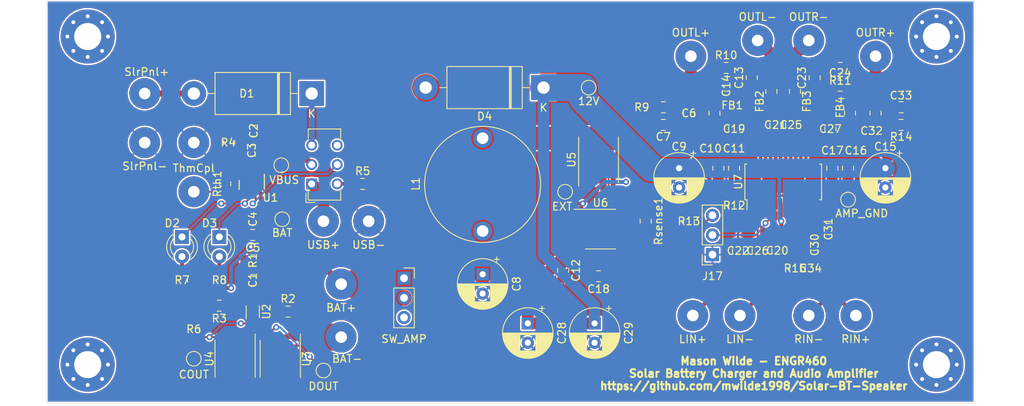
<source format=kicad_pcb>
(kicad_pcb (version 20171130) (host pcbnew "(5.1.5)-3")
  (layers (0 F.Cu signal) (31 B.Cu signal) (34 B.Paste user) (35 F.Paste user) (36 B.SilkS user) (37 F.SilkS user) (38 B.Mask user) (39 F.Mask user) (44 Edge.Cuts user))
  (net 0 "")
  (net 1 "Net-(C1-Pad1)")
  (net 2 "Net-(C1-Pad2)")
  (net 3 "Net-(C2-Pad1)")
  (net 4 GND)
  (net 5 BAT+)
  (net 6 "Net-(C6-Pad1)")
  (net 7 "Net-(C7-Pad2)")
  (net 8 "Net-(C8-Pad1)")
  (net 9 12V)
  (net 10 "Net-(C13-Pad1)")
  (net 11 "Net-(C14-Pad2)")
  (net 12 "Net-(C18-Pad1)")
  (net 13 "Net-(C19-Pad2)")
  (net 14 "Net-(C19-Pad1)")
  (net 15 "Net-(C21-Pad2)")
  (net 16 "Net-(C21-Pad1)")
  (net 17 "Net-(C22-Pad1)")
  (net 18 "Net-(C22-Pad2)")
  (net 19 "Net-(C23-Pad1)")
  (net 20 "Net-(C24-Pad2)")
  (net 21 "Net-(C25-Pad1)")
  (net 22 "Net-(C25-Pad2)")
  (net 23 "Net-(C26-Pad1)")
  (net 24 "Net-(C26-Pad2)")
  (net 25 "Net-(C27-Pad2)")
  (net 26 "Net-(C27-Pad1)")
  (net 27 "Net-(C30-Pad2)")
  (net 28 "Net-(C30-Pad1)")
  (net 29 "Net-(C31-Pad1)")
  (net 30 "Net-(C31-Pad2)")
  (net 31 "Net-(C32-Pad1)")
  (net 32 "Net-(C33-Pad2)")
  (net 33 "Net-(C34-Pad1)")
  (net 34 "Net-(D1-Pad2)")
  (net 35 "Net-(D1-Pad1)")
  (net 36 "Net-(D2-Pad2)")
  (net 37 "Net-(D2-Pad1)")
  (net 38 "Net-(D3-Pad1)")
  (net 39 "Net-(D3-Pad2)")
  (net 40 "Net-(D4-Pad2)")
  (net 41 "Net-(J5-Pad1)")
  (net 42 "Net-(J7-Pad1)")
  (net 43 "Net-(J17-Pad2)")
  (net 44 "Net-(J17-Pad3)")
  (net 45 "Net-(R2-Pad1)")
  (net 46 "Net-(R3-Pad1)")
  (net 47 "Net-(R4-Pad1)")
  (net 48 "Net-(R5-Pad1)")
  (net 49 "Net-(R6-Pad1)")
  (net 50 "Net-(R12-Pad1)")
  (net 51 "Net-(Rsense1-Pad1)")
  (net 52 VDPM)
  (net 53 "Net-(SW1-Pad6)")
  (net 54 "Net-(SW2-Pad3)")
  (net 55 "Net-(U2-Pad1)")
  (net 56 "Net-(U7-Pad1)")
  (net 57 "Net-(U7-Pad13)")
  (net 58 "Net-(U3-Pad3)")
  (net 59 "Net-(Rth1-Pad1)")
  (net 60 "Net-(TP6-Pad1)")
  (module MountingHole:MountingHole_3.5mm_Pad_Via (layer F.Cu) (at 184.912 44.704)
    (fp_text reference REF** hide)
    (fp_text value MountingHole_3.5mm_Pad_Via)
    (pad 1 thru_hole circle (at 0 0) (size 7 7) (drill 3.5) (layers *.Cu *.Mask))
    (pad 1 thru_hole circle (at 2.625 0) (size 0.8 0.8) (drill 0.5) (layers *.Cu *.Mask))
    (pad 1 thru_hole circle (at 1.856155 1.856155) (size 0.8 0.8) (drill 0.5) (layers *.Cu *.Mask))
    (pad 1 thru_hole circle (at 0 2.625) (size 0.8 0.8) (drill 0.5) (layers *.Cu *.Mask))
    (pad 1 thru_hole circle (at -1.856155 1.856155) (size 0.8 0.8) (drill 0.5) (layers *.Cu *.Mask))
    (pad 1 thru_hole circle (at -2.625 0) (size 0.8 0.8) (drill 0.5) (layers *.Cu *.Mask))
    (pad 1 thru_hole circle (at -1.856155 -1.856155) (size 0.8 0.8) (drill 0.5) (layers *.Cu *.Mask))
    (pad 1 thru_hole circle (at 0 -2.625) (size 0.8 0.8) (drill 0.5) (layers *.Cu *.Mask))
    (pad 1 thru_hole circle (at 1.856155 -1.856155) (size 0.8 0.8) (drill 0.5) (layers *.Cu *.Mask))
  )
  (module MountingHole:MountingHole_3.5mm_Pad_Via (layer F.Cu) (at 184.912 87.122)
    (fp_text reference REF** hide)
    (fp_text value MountingHole_3.5mm_Pad_Via)
    (pad 1 thru_hole circle (at 1.856155 -1.856155) (size 0.8 0.8) (drill 0.5) (layers *.Cu *.Mask))
    (pad 1 thru_hole circle (at 0 -2.625) (size 0.8 0.8) (drill 0.5) (layers *.Cu *.Mask))
    (pad 1 thru_hole circle (at -1.856155 -1.856155) (size 0.8 0.8) (drill 0.5) (layers *.Cu *.Mask))
    (pad 1 thru_hole circle (at -2.625 0) (size 0.8 0.8) (drill 0.5) (layers *.Cu *.Mask))
    (pad 1 thru_hole circle (at -1.856155 1.856155) (size 0.8 0.8) (drill 0.5) (layers *.Cu *.Mask))
    (pad 1 thru_hole circle (at 0 2.625) (size 0.8 0.8) (drill 0.5) (layers *.Cu *.Mask))
    (pad 1 thru_hole circle (at 1.856155 1.856155) (size 0.8 0.8) (drill 0.5) (layers *.Cu *.Mask))
    (pad 1 thru_hole circle (at 2.625 0) (size 0.8 0.8) (drill 0.5) (layers *.Cu *.Mask))
    (pad 1 thru_hole circle (at 0 0) (size 7 7) (drill 3.5) (layers *.Cu *.Mask))
  )
  (module MountingHole:MountingHole_3.5mm_Pad_Via (layer F.Cu) (at 75.184 87.122)
    (fp_text reference REF** hide)
    (fp_text value MountingHole_3.5mm_Pad_Via)
    (pad 1 thru_hole circle (at 0 0) (size 7 7) (drill 3.5) (layers *.Cu *.Mask))
    (pad 1 thru_hole circle (at 2.625 0) (size 0.8 0.8) (drill 0.5) (layers *.Cu *.Mask))
    (pad 1 thru_hole circle (at 1.856155 1.856155) (size 0.8 0.8) (drill 0.5) (layers *.Cu *.Mask))
    (pad 1 thru_hole circle (at 0 2.625) (size 0.8 0.8) (drill 0.5) (layers *.Cu *.Mask))
    (pad 1 thru_hole circle (at -1.856155 1.856155) (size 0.8 0.8) (drill 0.5) (layers *.Cu *.Mask))
    (pad 1 thru_hole circle (at -2.625 0) (size 0.8 0.8) (drill 0.5) (layers *.Cu *.Mask))
    (pad 1 thru_hole circle (at -1.856155 -1.856155) (size 0.8 0.8) (drill 0.5) (layers *.Cu *.Mask))
    (pad 1 thru_hole circle (at 0 -2.625) (size 0.8 0.8) (drill 0.5) (layers *.Cu *.Mask))
    (pad 1 thru_hole circle (at 1.856155 -1.856155) (size 0.8 0.8) (drill 0.5) (layers *.Cu *.Mask))
  )
  (module MountingHole:MountingHole_3.5mm_Pad_Via (layer F.Cu) (at 75.184 44.704)
    (fp_text reference REF** hide)
    (fp_text value MountingHole_3.5mm_Pad_Via)
    (pad 1 thru_hole circle (at 1.856155 -1.856155) (size 0.8 0.8) (drill 0.5) (layers *.Cu *.Mask))
    (pad 1 thru_hole circle (at 0 -2.625) (size 0.8 0.8) (drill 0.5) (layers *.Cu *.Mask))
    (pad 1 thru_hole circle (at -1.856155 -1.856155) (size 0.8 0.8) (drill 0.5) (layers *.Cu *.Mask))
    (pad 1 thru_hole circle (at -2.625 0) (size 0.8 0.8) (drill 0.5) (layers *.Cu *.Mask))
    (pad 1 thru_hole circle (at -1.856155 1.856155) (size 0.8 0.8) (drill 0.5) (layers *.Cu *.Mask))
    (pad 1 thru_hole circle (at 0 2.625) (size 0.8 0.8) (drill 0.5) (layers *.Cu *.Mask))
    (pad 1 thru_hole circle (at 1.856155 1.856155) (size 0.8 0.8) (drill 0.5) (layers *.Cu *.Mask))
    (pad 1 thru_hole circle (at 2.625 0) (size 0.8 0.8) (drill 0.5) (layers *.Cu *.Mask))
    (pad 1 thru_hole circle (at 0 0) (size 7 7) (drill 3.5) (layers *.Cu *.Mask))
  )
  (module Resistor_SMD:R_0805_2012Metric_Pad1.15x1.40mm_HandSolder (layer F.Cu) (at 166.624 74.685 90)
    (fp_text reference R15 (at 0.009 0 180) (layer F.SilkS))
    (fp_text value 39k)
    (pad 2 smd roundrect (at 1.025 0 90) (size 1.15 1.4) (layers F.Cu F.Paste F.Mask) (roundrect_rratio 0.217391) (net 33 "Net-(C34-Pad1)"))
    (pad 1 smd roundrect (at -1.025 0 90) (size 1.15 1.4) (layers F.Cu F.Paste F.Mask) (roundrect_rratio 0.217391) (net 4 GND))
  )
  (module Capacitor_SMD:C_0805_2012Metric_Pad1.15x1.40mm_HandSolder (layer F.Cu) (at 96.52 76.2)
    (fp_text reference C1 (at 0 0 90) (layer F.SilkS))
    (fp_text value 0.1u)
    (pad 1 smd roundrect (at -1.025 0) (size 1.15 1.4) (layers F.Cu F.Paste F.Mask) (roundrect_rratio 0.217391) (net 1 "Net-(C1-Pad1)"))
    (pad 2 smd roundrect (at 1.025 0) (size 1.15 1.4) (layers F.Cu F.Paste F.Mask) (roundrect_rratio 0.217391) (net 2 "Net-(C1-Pad2)"))
  )
  (module Capacitor_SMD:C_0805_2012Metric_Pad1.15x1.40mm_HandSolder (layer F.Cu) (at 96.638 56.896 180)
    (fp_text reference C2 (at 0 0 270) (layer F.SilkS))
    (fp_text value 10u)
    (pad 1 smd roundrect (at -1.025 0 180) (size 1.15 1.4) (layers F.Cu F.Paste F.Mask) (roundrect_rratio 0.217391) (net 3 "Net-(C2-Pad1)"))
    (pad 2 smd roundrect (at 1.025 0 180) (size 1.15 1.4) (layers F.Cu F.Paste F.Mask) (roundrect_rratio 0.217391) (net 4 GND))
  )
  (module Capacitor_SMD:C_0805_2012Metric_Pad1.15x1.40mm_HandSolder (layer F.Cu) (at 96.638 59.436 180)
    (fp_text reference C3 (at 0.245 0 270) (layer F.SilkS))
    (fp_text value 0.1u)
    (pad 2 smd roundrect (at 1.025 0 180) (size 1.15 1.4) (layers F.Cu F.Paste F.Mask) (roundrect_rratio 0.217391) (net 4 GND))
    (pad 1 smd roundrect (at -1.025 0 180) (size 1.15 1.4) (layers F.Cu F.Paste F.Mask) (roundrect_rratio 0.217391) (net 3 "Net-(C2-Pad1)"))
  )
  (module Capacitor_SMD:C_0805_2012Metric_Pad1.15x1.40mm_HandSolder (layer F.Cu) (at 96.529 68.326 180)
    (fp_text reference C4 (at 0 0 90) (layer F.SilkS))
    (fp_text value 10u)
    (pad 1 smd roundrect (at -1.025 0 180) (size 1.15 1.4) (layers F.Cu F.Paste F.Mask) (roundrect_rratio 0.217391) (net 5 BAT+))
    (pad 2 smd roundrect (at 1.025 0 180) (size 1.15 1.4) (layers F.Cu F.Paste F.Mask) (roundrect_rratio 0.217391) (net 4 GND))
  )
  (module Capacitor_SMD:C_0805_2012Metric_Pad1.15x1.40mm_HandSolder (layer F.Cu) (at 96.52 70.358 180)
    (fp_text reference C5 (at 0 -1.65) (layer F.SilkS))
    (fp_text value 0.1u)
    (pad 2 smd roundrect (at 1.025 0 180) (size 1.15 1.4) (layers F.Cu F.Paste F.Mask) (roundrect_rratio 0.217391) (net 4 GND))
    (pad 1 smd roundrect (at -1.025 0 180) (size 1.15 1.4) (layers F.Cu F.Paste F.Mask) (roundrect_rratio 0.217391) (net 5 BAT+))
  )
  (module Capacitor_SMD:C_0805_2012Metric_Pad1.15x1.40mm_HandSolder (layer F.Cu) (at 152.908 54.619 90)
    (fp_text reference C6 (at 0 0 180) (layer F.SilkS))
    (fp_text value 1000p)
    (pad 2 smd roundrect (at 1.025 0 90) (size 1.15 1.4) (layers F.Cu F.Paste F.Mask) (roundrect_rratio 0.217391) (net 4 GND))
    (pad 1 smd roundrect (at -1.025 0 90) (size 1.15 1.4) (layers F.Cu F.Paste F.Mask) (roundrect_rratio 0.217391) (net 6 "Net-(C6-Pad1)"))
  )
  (module Capacitor_SMD:C_0805_2012Metric_Pad1.15x1.40mm_HandSolder (layer F.Cu) (at 149.597 56.134 180)
    (fp_text reference C7 (at 0 -1.524) (layer F.SilkS))
    (fp_text value 1000p)
    (pad 1 smd roundrect (at -1.025 0 180) (size 1.15 1.4) (layers F.Cu F.Paste F.Mask) (roundrect_rratio 0.217391) (net 6 "Net-(C6-Pad1)"))
    (pad 2 smd roundrect (at 1.025 0 180) (size 1.15 1.4) (layers F.Cu F.Paste F.Mask) (roundrect_rratio 0.217391) (net 7 "Net-(C7-Pad2)"))
  )
  (module Capacitor_THT:CP_Radial_D6.3mm_P2.50mm (layer F.Cu) (at 126.238 75.438 270)
    (fp_text reference C8 (at 1.25 -4.4 90) (layer F.SilkS))
    (fp_text value 68u)
    (pad 1 thru_hole rect (at 0 0 270) (size 1.6 1.6) (drill 0.8) (layers *.Cu *.Mask) (net 8 "Net-(C8-Pad1)"))
    (pad 2 thru_hole circle (at 2.5 0 270) (size 1.6 1.6) (drill 0.8) (layers *.Cu *.Mask) (net 4 GND))
  )
  (module Capacitor_THT:CP_Radial_D6.3mm_P2.50mm (layer F.Cu) (at 151.638 61.722 270)
    (fp_text reference C9 (at -2.794 0 180) (layer F.SilkS))
    (fp_text value 100u)
    (pad 1 thru_hole rect (at 0 0 270) (size 1.6 1.6) (drill 0.8) (layers *.Cu *.Mask) (net 9 12V))
    (pad 2 thru_hole circle (at 2.5 0 270) (size 1.6 1.6) (drill 0.8) (layers *.Cu *.Mask) (net 4 GND))
  )
  (module Capacitor_SMD:C_0805_2012Metric_Pad1.15x1.40mm_HandSolder (layer F.Cu) (at 156.718 61.722 270)
    (fp_text reference C10 (at -2.54 1.016 180) (layer F.SilkS))
    (fp_text value 0.1u)
    (pad 1 smd roundrect (at -1.025 0 270) (size 1.15 1.4) (layers F.Cu F.Paste F.Mask) (roundrect_rratio 0.217391) (net 9 12V))
    (pad 2 smd roundrect (at 1.025 0 270) (size 1.15 1.4) (layers F.Cu F.Paste F.Mask) (roundrect_rratio 0.217391) (net 4 GND))
  )
  (module Capacitor_SMD:C_0805_2012Metric_Pad1.15x1.40mm_HandSolder (layer F.Cu) (at 158.75 61.713 270)
    (fp_text reference C11 (at -2.531 0 180) (layer F.SilkS))
    (fp_text value 1000p)
    (pad 2 smd roundrect (at 1.025 0 270) (size 1.15 1.4) (layers F.Cu F.Paste F.Mask) (roundrect_rratio 0.217391) (net 4 GND))
    (pad 1 smd roundrect (at -1.025 0 270) (size 1.15 1.4) (layers F.Cu F.Paste F.Mask) (roundrect_rratio 0.217391) (net 9 12V))
  )
  (module Capacitor_SMD:C_0805_2012Metric_Pad1.15x1.40mm_HandSolder (layer F.Cu) (at 136.652 74.939 270)
    (fp_text reference C12 (at 0 -1.65 90) (layer F.SilkS))
    (fp_text value 0.1u)
    (pad 1 smd roundrect (at -1.025 0 270) (size 1.15 1.4) (layers F.Cu F.Paste F.Mask) (roundrect_rratio 0.217391) (net 9 12V))
    (pad 2 smd roundrect (at 1.025 0 270) (size 1.15 1.4) (layers F.Cu F.Paste F.Mask) (roundrect_rratio 0.217391) (net 4 GND))
  )
  (module Capacitor_SMD:C_0805_2012Metric_Pad1.15x1.40mm_HandSolder (layer F.Cu) (at 161.036 50.029 90)
    (fp_text reference C13 (at 0 -1.65 90) (layer F.SilkS))
    (fp_text value 1000p)
    (pad 1 smd roundrect (at -1.025 0 90) (size 1.15 1.4) (layers F.Cu F.Paste F.Mask) (roundrect_rratio 0.217391) (net 10 "Net-(C13-Pad1)"))
    (pad 2 smd roundrect (at 1.025 0 90) (size 1.15 1.4) (layers F.Cu F.Paste F.Mask) (roundrect_rratio 0.217391) (net 4 GND))
  )
  (module Capacitor_SMD:C_0805_2012Metric_Pad1.15x1.40mm_HandSolder (layer F.Cu) (at 157.743 51.054 180)
    (fp_text reference C14 (at 0 0 90) (layer F.SilkS))
    (fp_text value 1000p)
    (pad 2 smd roundrect (at 1.025 0 180) (size 1.15 1.4) (layers F.Cu F.Paste F.Mask) (roundrect_rratio 0.217391) (net 11 "Net-(C14-Pad2)"))
    (pad 1 smd roundrect (at -1.025 0 180) (size 1.15 1.4) (layers F.Cu F.Paste F.Mask) (roundrect_rratio 0.217391) (net 10 "Net-(C13-Pad1)"))
  )
  (module Capacitor_THT:CP_Radial_D6.3mm_P2.50mm (layer F.Cu) (at 178.308 61.722 270)
    (fp_text reference C15 (at -2.794 0 180) (layer F.SilkS))
    (fp_text value 100u)
    (pad 2 thru_hole circle (at 2.5 0 270) (size 1.6 1.6) (drill 0.8) (layers *.Cu *.Mask) (net 4 GND))
    (pad 1 thru_hole rect (at 0 0 270) (size 1.6 1.6) (drill 0.8) (layers *.Cu *.Mask) (net 9 12V))
  )
  (module Capacitor_SMD:C_0805_2012Metric_Pad1.15x1.40mm_HandSolder (layer F.Cu) (at 173.482 61.713 270)
    (fp_text reference C16 (at -2.277 -1.016 180) (layer F.SilkS))
    (fp_text value 0.1u)
    (pad 1 smd roundrect (at -1.025 0 270) (size 1.15 1.4) (layers F.Cu F.Paste F.Mask) (roundrect_rratio 0.217391) (net 9 12V))
    (pad 2 smd roundrect (at 1.025 0 270) (size 1.15 1.4) (layers F.Cu F.Paste F.Mask) (roundrect_rratio 0.217391) (net 4 GND))
  )
  (module Capacitor_SMD:C_0805_2012Metric_Pad1.15x1.40mm_HandSolder (layer F.Cu) (at 171.45 61.713 270)
    (fp_text reference C17 (at -2.277 0 180) (layer F.SilkS))
    (fp_text value 1000p)
    (pad 2 smd roundrect (at 1.025 0 270) (size 1.15 1.4) (layers F.Cu F.Paste F.Mask) (roundrect_rratio 0.217391) (net 4 GND))
    (pad 1 smd roundrect (at -1.025 0 270) (size 1.15 1.4) (layers F.Cu F.Paste F.Mask) (roundrect_rratio 0.217391) (net 9 12V))
  )
  (module Capacitor_SMD:C_0805_2012Metric_Pad1.15x1.40mm_HandSolder (layer F.Cu) (at 141.224 75.692 180)
    (fp_text reference C18 (at 0 -1.65) (layer F.SilkS))
    (fp_text value 0.1u)
    (pad 2 smd roundrect (at 1.025 0 180) (size 1.15 1.4) (layers F.Cu F.Paste F.Mask) (roundrect_rratio 0.217391) (net 4 GND))
    (pad 1 smd roundrect (at -1.025 0 180) (size 1.15 1.4) (layers F.Cu F.Paste F.Mask) (roundrect_rratio 0.217391) (net 12 "Net-(C18-Pad1)"))
  )
  (module Capacitor_SMD:C_0805_2012Metric_Pad1.15x1.40mm_HandSolder (layer F.Cu) (at 158.75 56.633 270)
    (fp_text reference C19 (at 0.009 0 180) (layer F.SilkS))
    (fp_text value 0.22u)
    (pad 2 smd roundrect (at 1.025 0 270) (size 1.15 1.4) (layers F.Cu F.Paste F.Mask) (roundrect_rratio 0.217391) (net 13 "Net-(C19-Pad2)"))
    (pad 1 smd roundrect (at -1.025 0 270) (size 1.15 1.4) (layers F.Cu F.Paste F.Mask) (roundrect_rratio 0.217391) (net 14 "Net-(C19-Pad1)"))
  )
  (module Capacitor_SMD:C_0805_2012Metric_Pad1.15x1.40mm_HandSolder (layer F.Cu) (at 164.338 72.381 270)
    (fp_text reference C20 (at 0 0 180) (layer F.SilkS))
    (fp_text value 1u)
    (pad 2 smd roundrect (at 1.025 0 270) (size 1.15 1.4) (layers F.Cu F.Paste F.Mask) (roundrect_rratio 0.217391) (net 4 GND))
    (pad 1 smd roundrect (at -1.025 0 270) (size 1.15 1.4) (layers F.Cu F.Paste F.Mask) (roundrect_rratio 0.217391) (net 9 12V))
  )
  (module Capacitor_SMD:C_0805_2012Metric_Pad1.15x1.40mm_HandSolder (layer F.Cu) (at 164.084 56.125 270)
    (fp_text reference C21 (at 0 0 180) (layer F.SilkS))
    (fp_text value 0.22u)
    (pad 2 smd roundrect (at 1.025 0 270) (size 1.15 1.4) (layers F.Cu F.Paste F.Mask) (roundrect_rratio 0.217391) (net 15 "Net-(C21-Pad2)"))
    (pad 1 smd roundrect (at -1.025 0 270) (size 1.15 1.4) (layers F.Cu F.Paste F.Mask) (roundrect_rratio 0.217391) (net 16 "Net-(C21-Pad1)"))
  )
  (module Capacitor_SMD:C_0805_2012Metric_Pad1.15x1.40mm_HandSolder (layer F.Cu) (at 159.258 72.399 270)
    (fp_text reference C22 (at 0.009 0 180) (layer F.SilkS))
    (fp_text value 1u)
    (pad 1 smd roundrect (at -1.025 0 270) (size 1.15 1.4) (layers F.Cu F.Paste F.Mask) (roundrect_rratio 0.217391) (net 17 "Net-(C22-Pad1)"))
    (pad 2 smd roundrect (at 1.025 0 270) (size 1.15 1.4) (layers F.Cu F.Paste F.Mask) (roundrect_rratio 0.217391) (net 18 "Net-(C22-Pad2)"))
  )
  (module Capacitor_SMD:C_0805_2012Metric_Pad1.15x1.40mm_HandSolder (layer F.Cu) (at 169.164 50.038 90)
    (fp_text reference C23 (at 0 -1.65 90) (layer F.SilkS))
    (fp_text value 1000p)
    (pad 1 smd roundrect (at -1.025 0 90) (size 1.15 1.4) (layers F.Cu F.Paste F.Mask) (roundrect_rratio 0.217391) (net 19 "Net-(C23-Pad1)"))
    (pad 2 smd roundrect (at 1.025 0 90) (size 1.15 1.4) (layers F.Cu F.Paste F.Mask) (roundrect_rratio 0.217391) (net 4 GND))
  )
  (module Capacitor_SMD:C_0805_2012Metric_Pad1.15x1.40mm_HandSolder (layer F.Cu) (at 172.457 51.054)
    (fp_text reference C24 (at 0 -1.65) (layer F.SilkS))
    (fp_text value 1000p)
    (pad 2 smd roundrect (at 1.025 0) (size 1.15 1.4) (layers F.Cu F.Paste F.Mask) (roundrect_rratio 0.217391) (net 20 "Net-(C24-Pad2)"))
    (pad 1 smd roundrect (at -1.025 0) (size 1.15 1.4) (layers F.Cu F.Paste F.Mask) (roundrect_rratio 0.217391) (net 19 "Net-(C23-Pad1)"))
  )
  (module Capacitor_SMD:C_0805_2012Metric_Pad1.15x1.40mm_HandSolder (layer F.Cu) (at 166.116 56.125 270)
    (fp_text reference C25 (at 0 0 180) (layer F.SilkS))
    (fp_text value 0.22u)
    (pad 1 smd roundrect (at -1.025 0 270) (size 1.15 1.4) (layers F.Cu F.Paste F.Mask) (roundrect_rratio 0.217391) (net 21 "Net-(C25-Pad1)"))
    (pad 2 smd roundrect (at 1.025 0 270) (size 1.15 1.4) (layers F.Cu F.Paste F.Mask) (roundrect_rratio 0.217391) (net 22 "Net-(C25-Pad2)"))
  )
  (module Capacitor_SMD:C_0805_2012Metric_Pad1.15x1.40mm_HandSolder (layer F.Cu) (at 161.798 72.399 270)
    (fp_text reference C26 (at 0 0 180) (layer F.SilkS))
    (fp_text value 1u)
    (pad 1 smd roundrect (at -1.025 0 270) (size 1.15 1.4) (layers F.Cu F.Paste F.Mask) (roundrect_rratio 0.217391) (net 23 "Net-(C26-Pad1)"))
    (pad 2 smd roundrect (at 1.025 0 270) (size 1.15 1.4) (layers F.Cu F.Paste F.Mask) (roundrect_rratio 0.217391) (net 24 "Net-(C26-Pad2)"))
  )
  (module Capacitor_SMD:C_0805_2012Metric_Pad1.15x1.40mm_HandSolder (layer F.Cu) (at 171.196 56.651 270)
    (fp_text reference C27 (at 0 0 180) (layer F.SilkS))
    (fp_text value 0.22u)
    (pad 2 smd roundrect (at 1.025 0 270) (size 1.15 1.4) (layers F.Cu F.Paste F.Mask) (roundrect_rratio 0.217391) (net 25 "Net-(C27-Pad2)"))
    (pad 1 smd roundrect (at -1.025 0 270) (size 1.15 1.4) (layers F.Cu F.Paste F.Mask) (roundrect_rratio 0.217391) (net 26 "Net-(C27-Pad1)"))
  )
  (module Capacitor_THT:CP_Radial_D6.3mm_P2.50mm (layer F.Cu) (at 132.08 81.788 270)
    (fp_text reference C28 (at 1.25 -4.4 90) (layer F.SilkS))
    (fp_text value 150u)
    (pad 2 thru_hole circle (at 2.5 0 270) (size 1.6 1.6) (drill 0.8) (layers *.Cu *.Mask) (net 4 GND))
    (pad 1 thru_hole rect (at 0 0 270) (size 1.6 1.6) (drill 0.8) (layers *.Cu *.Mask) (net 9 12V))
  )
  (module Capacitor_THT:CP_Radial_D6.3mm_P2.50mm (layer F.Cu) (at 140.716 81.788 270)
    (fp_text reference C29 (at 1.25 -4.4 90) (layer F.SilkS))
    (fp_text value 150u)
    (pad 1 thru_hole rect (at 0 0 270) (size 1.6 1.6) (drill 0.8) (layers *.Cu *.Mask) (net 9 12V))
    (pad 2 thru_hole circle (at 2.5 0 270) (size 1.6 1.6) (drill 0.8) (layers *.Cu *.Mask) (net 4 GND))
  )
  (module Capacitor_SMD:C_0805_2012Metric_Pad1.15x1.40mm_HandSolder (layer F.Cu) (at 169.173 71.628)
    (fp_text reference C30 (at 0 0 270) (layer F.SilkS))
    (fp_text value 1u)
    (pad 2 smd roundrect (at 1.025 0) (size 1.15 1.4) (layers F.Cu F.Paste F.Mask) (roundrect_rratio 0.217391) (net 27 "Net-(C30-Pad2)"))
    (pad 1 smd roundrect (at -1.025 0) (size 1.15 1.4) (layers F.Cu F.Paste F.Mask) (roundrect_rratio 0.217391) (net 28 "Net-(C30-Pad1)"))
  )
  (module Capacitor_SMD:C_0805_2012Metric_Pad1.15x1.40mm_HandSolder (layer F.Cu) (at 170.942 69.596)
    (fp_text reference C31 (at 0.009 0 270) (layer F.SilkS))
    (fp_text value 1u)
    (pad 1 smd roundrect (at -1.025 0) (size 1.15 1.4) (layers F.Cu F.Paste F.Mask) (roundrect_rratio 0.217391) (net 29 "Net-(C31-Pad1)"))
    (pad 2 smd roundrect (at 1.025 0) (size 1.15 1.4) (layers F.Cu F.Paste F.Mask) (roundrect_rratio 0.217391) (net 30 "Net-(C31-Pad2)"))
  )
  (module Capacitor_SMD:C_0805_2012Metric_Pad1.15x1.40mm_HandSolder (layer F.Cu) (at 177.038 54.601 90)
    (fp_text reference C32 (at -2.295 -0.508 180) (layer F.SilkS))
    (fp_text value 1000p)
    (pad 2 smd roundrect (at 1.025 0 90) (size 1.15 1.4) (layers F.Cu F.Paste F.Mask) (roundrect_rratio 0.217391) (net 4 GND))
    (pad 1 smd roundrect (at -1.025 0 90) (size 1.15 1.4) (layers F.Cu F.Paste F.Mask) (roundrect_rratio 0.217391) (net 31 "Net-(C32-Pad1)"))
  )
  (module Capacitor_SMD:C_0805_2012Metric_Pad1.15x1.40mm_HandSolder (layer F.Cu) (at 180.331 56.134)
    (fp_text reference C33 (at 0 -3.81) (layer F.SilkS))
    (fp_text value 1000p)
    (pad 1 smd roundrect (at -1.025 0) (size 1.15 1.4) (layers F.Cu F.Paste F.Mask) (roundrect_rratio 0.217391) (net 31 "Net-(C32-Pad1)"))
    (pad 2 smd roundrect (at 1.025 0) (size 1.15 1.4) (layers F.Cu F.Paste F.Mask) (roundrect_rratio 0.217391) (net 32 "Net-(C33-Pad2)"))
  )
  (module Capacitor_SMD:C_0805_2012Metric_Pad1.15x1.40mm_HandSolder (layer F.Cu) (at 168.656 74.685 270)
    (fp_text reference C34 (at -0.009 0 180) (layer F.SilkS))
    (fp_text value 1u)
    (pad 1 smd roundrect (at -1.025 0 270) (size 1.15 1.4) (layers F.Cu F.Paste F.Mask) (roundrect_rratio 0.217391) (net 33 "Net-(C34-Pad1)"))
    (pad 2 smd roundrect (at 1.025 0 270) (size 1.15 1.4) (layers F.Cu F.Paste F.Mask) (roundrect_rratio 0.217391) (net 4 GND))
  )
  (module Diode_THT:D_DO-201AD_P15.24mm_Horizontal (layer F.Cu) (at 104.14 52.07 180)
    (fp_text reference D1 (at 8.382 0) (layer F.SilkS))
    (fp_text value 1N5822)
    (fp_text user K (at 0 -2.6) (layer F.SilkS))
    (pad 2 thru_hole oval (at 15.24 0 180) (size 3.2 3.2) (drill 1.6) (layers *.Cu *.Mask) (net 34 "Net-(D1-Pad2)"))
    (pad 1 thru_hole rect (at 0 0 180) (size 3.2 3.2) (drill 1.6) (layers *.Cu *.Mask) (net 35 "Net-(D1-Pad1)"))
  )
  (module LED_THT:LED_D3.0mm (layer F.Cu) (at 87.376 70.612 270)
    (fp_text reference D2 (at -1.778 1.27 180) (layer F.SilkS))
    (fp_text value LED)
    (pad 2 thru_hole circle (at 2.54 0 270) (size 1.8 1.8) (drill 0.9) (layers *.Cu *.Mask) (net 36 "Net-(D2-Pad2)"))
    (pad 1 thru_hole rect (at 0 0 270) (size 1.8 1.8) (drill 0.9) (layers *.Cu *.Mask) (net 37 "Net-(D2-Pad1)"))
  )
  (module LED_THT:LED_D3.0mm (layer F.Cu) (at 92.202 70.612 270)
    (fp_text reference D3 (at -1.778 1.27 180) (layer F.SilkS))
    (fp_text value LED)
    (pad 1 thru_hole rect (at 0 0 270) (size 1.8 1.8) (drill 0.9) (layers *.Cu *.Mask) (net 38 "Net-(D3-Pad1)"))
    (pad 2 thru_hole circle (at 2.54 0 270) (size 1.8 1.8) (drill 0.9) (layers *.Cu *.Mask) (net 39 "Net-(D3-Pad2)"))
  )
  (module Diode_THT:D_DO-201AD_P15.24mm_Horizontal (layer F.Cu) (at 134.112 51.308 180)
    (fp_text reference D4 (at 7.62 -3.72) (layer F.SilkS))
    (fp_text value 1N5822)
    (fp_text user K (at 0 -2.6) (layer F.SilkS))
    (pad 1 thru_hole rect (at 0 0 180) (size 3.2 3.2) (drill 1.6) (layers *.Cu *.Mask) (net 9 12V))
    (pad 2 thru_hole oval (at 15.24 0 180) (size 3.2 3.2) (drill 1.6) (layers *.Cu *.Mask) (net 40 "Net-(D4-Pad2)"))
  )
  (module Resistor_SMD:R_0805_2012Metric_Pad1.15x1.40mm_HandSolder (layer F.Cu) (at 156.21 54.61 270)
    (fp_text reference FB1 (at -1.016 -2.286 180) (layer F.SilkS))
    (fp_text value Ferrite_Bead_Small)
    (pad 2 smd roundrect (at 1.025 0 270) (size 1.15 1.4) (layers F.Cu F.Paste F.Mask) (roundrect_rratio 0.217391) (net 14 "Net-(C19-Pad1)"))
    (pad 1 smd roundrect (at -1.025 0 270) (size 1.15 1.4) (layers F.Cu F.Paste F.Mask) (roundrect_rratio 0.217391) (net 6 "Net-(C6-Pad1)"))
  )
  (module Resistor_SMD:R_0805_2012Metric_Pad1.15x1.40mm_HandSolder (layer F.Cu) (at 163.576 51.807 270)
    (fp_text reference FB2 (at 1.279 1.524 90) (layer F.SilkS))
    (fp_text value Ferrite_Bead_Small)
    (pad 1 smd roundrect (at -1.025 0 270) (size 1.15 1.4) (layers F.Cu F.Paste F.Mask) (roundrect_rratio 0.217391) (net 10 "Net-(C13-Pad1)"))
    (pad 2 smd roundrect (at 1.025 0 270) (size 1.15 1.4) (layers F.Cu F.Paste F.Mask) (roundrect_rratio 0.217391) (net 16 "Net-(C21-Pad1)"))
  )
  (module Resistor_SMD:R_0805_2012Metric_Pad1.15x1.40mm_HandSolder (layer F.Cu) (at 166.624 51.807 270)
    (fp_text reference FB3 (at 1.279 -1.524 90) (layer F.SilkS))
    (fp_text value Ferrite_Bead_Small)
    (pad 2 smd roundrect (at 1.025 0 270) (size 1.15 1.4) (layers F.Cu F.Paste F.Mask) (roundrect_rratio 0.217391) (net 21 "Net-(C25-Pad1)"))
    (pad 1 smd roundrect (at -1.025 0 270) (size 1.15 1.4) (layers F.Cu F.Paste F.Mask) (roundrect_rratio 0.217391) (net 19 "Net-(C23-Pad1)"))
  )
  (module Resistor_SMD:R_0805_2012Metric_Pad1.15x1.40mm_HandSolder (layer F.Cu) (at 173.736 54.61 270)
    (fp_text reference FB4 (at -0.762 1.27 270) (layer F.SilkS))
    (fp_text value Ferrite_Bead_Small hide)
    (pad 1 smd roundrect (at -1.025 0 270) (size 1.15 1.4) (layers F.Cu F.Paste F.Mask) (roundrect_rratio 0.217391) (net 31 "Net-(C32-Pad1)"))
    (pad 2 smd roundrect (at 1.025 0 270) (size 1.15 1.4) (layers F.Cu F.Paste F.Mask) (roundrect_rratio 0.217391) (net 26 "Net-(C27-Pad1)"))
  )
  (module Connector_Wire:SolderWirePad_1x01_Drill1.5mm (layer F.Cu) (at 107.95 76.708)
    (fp_text reference J1 hide)
    (fp_text value BAT+ (at 0 3.048) (layer F.SilkS))
    (pad 1 thru_hole circle (at 0 0) (size 4.0005 4.0005) (drill 1.50114) (layers *.Cu *.Mask) (net 5 BAT+))
  )
  (module Connector_Wire:SolderWirePad_1x01_Drill1.5mm (layer F.Cu) (at 107.95 83.566)
    (fp_text reference J2 hide)
    (fp_text value BAT- (at 0.762 2.794) (layer F.SilkS))
    (pad 1 thru_hole circle (at 0 0) (size 4.0005 4.0005) (drill 1.50114) (layers *.Cu *.Mask) (net 2 "Net-(C1-Pad2)"))
  )
  (module Connector_Wire:SolderWirePad_1x01_Drill1.5mm (layer F.Cu) (at 82.55 52.07)
    (fp_text reference J3 hide)
    (fp_text value SlrPnl+ (at 0.254 -2.794) (layer F.SilkS))
    (pad 1 thru_hole circle (at 0 0) (size 4.0005 4.0005) (drill 1.50114) (layers *.Cu *.Mask) (net 34 "Net-(D1-Pad2)"))
  )
  (module Connector_Wire:SolderWirePad_1x01_Drill1.5mm (layer F.Cu) (at 82.55 58.42)
    (fp_text reference J4 hide)
    (fp_text value SlrPnl- (at 0 3.048) (layer F.SilkS))
    (pad 1 thru_hole circle (at 0 0) (size 4.0005 4.0005) (drill 1.50114) (layers *.Cu *.Mask) (net 4 GND))
  )
  (module Connector_Wire:SolderWirePad_1x01_Drill1.5mm (layer F.Cu) (at 105.664 68.58)
    (fp_text reference J5 hide)
    (fp_text value USB+ (at 0 3.048) (layer F.SilkS))
    (pad 1 thru_hole circle (at 0 0) (size 4.0005 4.0005) (drill 1.50114) (layers *.Cu *.Mask) (net 41 "Net-(J5-Pad1)"))
  )
  (module Connector_Wire:SolderWirePad_1x01_Drill1.5mm (layer F.Cu) (at 111.506 68.58)
    (fp_text reference J6 hide)
    (fp_text value USB- (at 0 3.048) (layer F.SilkS))
    (pad 1 thru_hole circle (at 0 0) (size 4.0005 4.0005) (drill 1.50114) (layers *.Cu *.Mask) (net 4 GND))
  )
  (module Connector_Wire:SolderWirePad_1x01_Drill1.5mm (layer F.Cu) (at 88.9 64.77)
    (fp_text reference J7 hide)
    (fp_text value ThmCpl)
    (pad 1 thru_hole circle (at 0 0) (size 4.0005 4.0005) (drill 1.50114) (layers *.Cu *.Mask) (net 42 "Net-(J7-Pad1)"))
  )
  (module Connector_Wire:SolderWirePad_1x01_Drill1.5mm (layer F.Cu) (at 88.9 58.42)
    (fp_text reference J8 hide)
    (fp_text value ThmCpl (at 0 3.302) (layer F.SilkS))
    (pad 1 thru_hole circle (at 0 0) (size 4.0005 4.0005) (drill 1.50114) (layers *.Cu *.Mask) (net 4 GND))
  )
  (module Connector_Wire:SolderWirePad_1x01_Drill1.5mm (layer F.Cu) (at 153.162 47.244)
    (fp_text reference J9 hide)
    (fp_text value OUTL+ (at 0 -3.048) (layer F.SilkS))
    (pad 1 thru_hole circle (at 0 0) (size 4.0005 4.0005) (drill 1.50114) (layers *.Cu *.Mask) (net 6 "Net-(C6-Pad1)"))
  )
  (module Connector_Wire:SolderWirePad_1x01_Drill1.5mm (layer F.Cu) (at 161.798 45.212)
    (fp_text reference J10 hide)
    (fp_text value OUTL- (at 0 -3.048) (layer F.SilkS))
    (pad 1 thru_hole circle (at 0 0) (size 4.0005 4.0005) (drill 1.50114) (layers *.Cu *.Mask) (net 10 "Net-(C13-Pad1)"))
  )
  (module Connector_Wire:SolderWirePad_1x01_Drill1.5mm (layer F.Cu) (at 153.416 80.772)
    (fp_text reference J11 hide)
    (fp_text value LIN+ (at 0 3.048) (layer F.SilkS))
    (pad 1 thru_hole circle (at 0 0) (size 4.0005 4.0005) (drill 1.50114) (layers *.Cu *.Mask) (net 18 "Net-(C22-Pad2)"))
  )
  (module Connector_Wire:SolderWirePad_1x01_Drill1.5mm (layer F.Cu) (at 159.512 80.772)
    (fp_text reference J12 hide)
    (fp_text value LIN- (at 0 3.048) (layer F.SilkS))
    (pad 1 thru_hole circle (at 0 0) (size 4.0005 4.0005) (drill 1.50114) (layers *.Cu *.Mask) (net 24 "Net-(C26-Pad2)"))
  )
  (module Connector_Wire:SolderWirePad_1x01_Drill1.5mm (layer F.Cu) (at 168.402 45.212)
    (fp_text reference J13 hide)
    (fp_text value OUTR- (at 0 -3.048) (layer F.SilkS))
    (pad 1 thru_hole circle (at 0 0) (size 4.0005 4.0005) (drill 1.50114) (layers *.Cu *.Mask) (net 19 "Net-(C23-Pad1)"))
  )
  (module Connector_Wire:SolderWirePad_1x01_Drill1.5mm (layer F.Cu) (at 168.402 80.772)
    (fp_text reference J14 hide)
    (fp_text value RIN- (at 0 3.048) (layer F.SilkS))
    (pad 1 thru_hole circle (at 0 0) (size 4.0005 4.0005) (drill 1.50114) (layers *.Cu *.Mask) (net 27 "Net-(C30-Pad2)"))
  )
  (module Connector_Wire:SolderWirePad_1x01_Drill1.5mm (layer F.Cu) (at 177.038 47.244)
    (fp_text reference J15 hide)
    (fp_text value OUTR+ (at 0 -3.048) (layer F.SilkS))
    (pad 1 thru_hole circle (at 0 0) (size 4.0005 4.0005) (drill 1.50114) (layers *.Cu *.Mask) (net 31 "Net-(C32-Pad1)"))
  )
  (module Connector_Wire:SolderWirePad_1x01_Drill1.5mm (layer F.Cu) (at 174.498 80.772)
    (fp_text reference J16 hide)
    (fp_text value RIN+ (at 0 3.048) (layer F.SilkS))
    (pad 1 thru_hole circle (at 0 0) (size 4.0005 4.0005) (drill 1.50114) (layers *.Cu *.Mask) (net 30 "Net-(C31-Pad2)"))
  )
  (module Connector_PinSocket_2.54mm:PinSocket_1x03_P2.54mm_Vertical (layer F.Cu) (at 155.956 72.898 180)
    (fp_text reference J17 (at 0 -2.77) (layer F.SilkS))
    (fp_text value GAIN_Jumper)
    (pad 1 thru_hole rect (at 0 0 180) (size 1.7 1.7) (drill 1) (layers *.Cu *.Mask) (net 4 GND))
    (pad 2 thru_hole oval (at 0 2.54 180) (size 1.7 1.7) (drill 1) (layers *.Cu *.Mask) (net 43 "Net-(J17-Pad2)"))
    (pad 3 thru_hole oval (at 0 5.08 180) (size 1.7 1.7) (drill 1) (layers *.Cu *.Mask) (net 44 "Net-(J17-Pad3)"))
  )
  (module "Solar BT Speaker Footprints:L_Radial_D14.8mm_P12mm_Wurth" (layer F.Cu) (at 126.238 69.85 90)
    (fp_text reference L1 (at 6.096 -8.636 90) (layer F.SilkS))
    (fp_text value 22u)
    (pad 1 thru_hole circle (at 0 0 90) (size 2.5 2.5) (drill 1.5) (layers *.Cu *.Mask) (net 8 "Net-(C8-Pad1)"))
    (pad 2 thru_hole circle (at 12 0 90) (size 2.5 2.5) (drill 1.5) (layers *.Cu *.Mask) (net 40 "Net-(D4-Pad2)"))
  )
  (module Resistor_SMD:R_0805_2012Metric_Pad1.15x1.40mm_HandSolder (layer F.Cu) (at 96.529 73.66 180)
    (fp_text reference R1 (at 0 0 270) (layer F.SilkS))
    (fp_text value 330)
    (pad 1 smd roundrect (at -1.025 0 180) (size 1.15 1.4) (layers F.Cu F.Paste F.Mask) (roundrect_rratio 0.217391) (net 5 BAT+))
    (pad 2 smd roundrect (at 1.025 0 180) (size 1.15 1.4) (layers F.Cu F.Paste F.Mask) (roundrect_rratio 0.217391) (net 1 "Net-(C1-Pad1)"))
  )
  (module Resistor_SMD:R_0805_2012Metric_Pad1.15x1.40mm_HandSolder (layer F.Cu) (at 101.083 80.264)
    (fp_text reference R2 (at 0 -1.65) (layer F.SilkS))
    (fp_text value 5.1M)
    (pad 2 smd roundrect (at 1.025 0) (size 1.15 1.4) (layers F.Cu F.Paste F.Mask) (roundrect_rratio 0.217391) (net 2 "Net-(C1-Pad2)"))
    (pad 1 smd roundrect (at -1.025 0) (size 1.15 1.4) (layers F.Cu F.Paste F.Mask) (roundrect_rratio 0.217391) (net 45 "Net-(R2-Pad1)"))
  )
  (module Resistor_SMD:R_0805_2012Metric_Pad1.15x1.40mm_HandSolder (layer F.Cu) (at 92.193 79.502 180)
    (fp_text reference R3 (at 0 -1.65) (layer F.SilkS))
    (fp_text value 2.2k)
    (pad 2 smd roundrect (at 1.025 0 180) (size 1.15 1.4) (layers F.Cu F.Paste F.Mask) (roundrect_rratio 0.217391) (net 4 GND))
    (pad 1 smd roundrect (at -1.025 0 180) (size 1.15 1.4) (layers F.Cu F.Paste F.Mask) (roundrect_rratio 0.217391) (net 46 "Net-(R3-Pad1)"))
  )
  (module Resistor_SMD:R_0805_2012Metric_Pad1.15x1.40mm_HandSolder (layer F.Cu) (at 93.472 58.411 90)
    (fp_text reference R4 (at 0 -0.127) (layer F.SilkS))
    (fp_text value 499)
    (pad 2 smd roundrect (at 1.025 0 90) (size 1.15 1.4) (layers F.Cu F.Paste F.Mask) (roundrect_rratio 0.217391) (net 4 GND))
    (pad 1 smd roundrect (at -1.025 0 90) (size 1.15 1.4) (layers F.Cu F.Paste F.Mask) (roundrect_rratio 0.217391) (net 47 "Net-(R4-Pad1)"))
  )
  (module Resistor_SMD:R_0805_2012Metric_Pad1.15x1.40mm_HandSolder (layer F.Cu) (at 110.735 63.754)
    (fp_text reference R5 (at 0 -1.65) (layer F.SilkS))
    (fp_text value 7.32k)
    (pad 1 smd roundrect (at -1.025 0) (size 1.15 1.4) (layers F.Cu F.Paste F.Mask) (roundrect_rratio 0.217391) (net 48 "Net-(R5-Pad1)"))
    (pad 2 smd roundrect (at 1.025 0) (size 1.15 1.4) (layers F.Cu F.Paste F.Mask) (roundrect_rratio 0.217391) (net 4 GND))
  )
  (module Resistor_SMD:R_0805_2012Metric_Pad1.15x1.40mm_HandSolder (layer F.Cu) (at 88.9 82.541 90)
    (fp_text reference R6 (at 0 0 180) (layer F.SilkS))
    (fp_text value 5.1M)
    (pad 1 smd roundrect (at -1.025 0 90) (size 1.15 1.4) (layers F.Cu F.Paste F.Mask) (roundrect_rratio 0.217391) (net 49 "Net-(R6-Pad1)"))
    (pad 2 smd roundrect (at 1.025 0 90) (size 1.15 1.4) (layers F.Cu F.Paste F.Mask) (roundrect_rratio 0.217391) (net 4 GND))
  )
  (module Resistor_SMD:R_0805_2012Metric_Pad1.15x1.40mm_HandSolder (layer F.Cu) (at 87.376 76.191 270)
    (fp_text reference R7 (at 0 0 180) (layer F.SilkS))
    (fp_text value 1.5k)
    (pad 1 smd roundrect (at -1.025 0 270) (size 1.15 1.4) (layers F.Cu F.Paste F.Mask) (roundrect_rratio 0.217391) (net 36 "Net-(D2-Pad2)"))
    (pad 2 smd roundrect (at 1.025 0 270) (size 1.15 1.4) (layers F.Cu F.Paste F.Mask) (roundrect_rratio 0.217391) (net 5 BAT+))
  )
  (module Resistor_SMD:R_0805_2012Metric_Pad1.15x1.40mm_HandSolder (layer F.Cu) (at 92.202 76.191 270)
    (fp_text reference R8 (at 0 0 180) (layer F.SilkS))
    (fp_text value 1.5k)
    (pad 2 smd roundrect (at 1.025 0 270) (size 1.15 1.4) (layers F.Cu F.Paste F.Mask) (roundrect_rratio 0.217391) (net 5 BAT+))
    (pad 1 smd roundrect (at -1.025 0 270) (size 1.15 1.4) (layers F.Cu F.Paste F.Mask) (roundrect_rratio 0.217391) (net 39 "Net-(D3-Pad2)"))
  )
  (module Resistor_SMD:R_0805_2012Metric_Pad1.15x1.40mm_HandSolder (layer F.Cu) (at 149.606 53.848)
    (fp_text reference R9 (at -2.794 0) (layer F.SilkS))
    (fp_text value 68)
    (pad 2 smd roundrect (at 1.025 0) (size 1.15 1.4) (layers F.Cu F.Paste F.Mask) (roundrect_rratio 0.217391) (net 4 GND))
    (pad 1 smd roundrect (at -1.025 0) (size 1.15 1.4) (layers F.Cu F.Paste F.Mask) (roundrect_rratio 0.217391) (net 7 "Net-(C7-Pad2)"))
  )
  (module Resistor_SMD:R_0805_2012Metric_Pad1.15x1.40mm_HandSolder (layer F.Cu) (at 157.725 48.768)
    (fp_text reference R10 (at 0 -1.65) (layer F.SilkS))
    (fp_text value 68)
    (pad 2 smd roundrect (at 1.025 0) (size 1.15 1.4) (layers F.Cu F.Paste F.Mask) (roundrect_rratio 0.217391) (net 4 GND))
    (pad 1 smd roundrect (at -1.025 0) (size 1.15 1.4) (layers F.Cu F.Paste F.Mask) (roundrect_rratio 0.217391) (net 11 "Net-(C14-Pad2)"))
  )
  (module Resistor_SMD:R_0805_2012Metric_Pad1.15x1.40mm_HandSolder (layer F.Cu) (at 172.475 48.768 180)
    (fp_text reference R11 (at 0 -1.65) (layer F.SilkS))
    (fp_text value 68)
    (pad 1 smd roundrect (at -1.025 0 180) (size 1.15 1.4) (layers F.Cu F.Paste F.Mask) (roundrect_rratio 0.217391) (net 20 "Net-(C24-Pad2)"))
    (pad 2 smd roundrect (at 1.025 0 180) (size 1.15 1.4) (layers F.Cu F.Paste F.Mask) (roundrect_rratio 0.217391) (net 4 GND))
  )
  (module Resistor_SMD:R_0805_2012Metric_Pad1.15x1.40mm_HandSolder (layer F.Cu) (at 158.75 66.557 90)
    (fp_text reference R12 (at 0.009 0 180) (layer F.SilkS))
    (fp_text value 100k)
    (pad 1 smd roundrect (at -1.025 0 90) (size 1.15 1.4) (layers F.Cu F.Paste F.Mask) (roundrect_rratio 0.217391) (net 50 "Net-(R12-Pad1)"))
    (pad 2 smd roundrect (at 1.025 0 90) (size 1.15 1.4) (layers F.Cu F.Paste F.Mask) (roundrect_rratio 0.217391) (net 9 12V))
  )
  (module Resistor_SMD:R_0805_2012Metric_Pad1.15x1.40mm_HandSolder (layer F.Cu) (at 152.908 68.589 90)
    (fp_text reference R13 (at 0.009 0 180) (layer F.SilkS))
    (fp_text value 100k)
    (pad 2 smd roundrect (at 1.025 0 90) (size 1.15 1.4) (layers F.Cu F.Paste F.Mask) (roundrect_rratio 0.217391) (net 9 12V))
    (pad 1 smd roundrect (at -1.025 0 90) (size 1.15 1.4) (layers F.Cu F.Paste F.Mask) (roundrect_rratio 0.217391) (net 44 "Net-(J17-Pad3)"))
  )
  (module Resistor_SMD:R_0805_2012Metric_Pad1.15x1.40mm_HandSolder (layer F.Cu) (at 180.349 53.848 180)
    (fp_text reference R14 (at 0 -3.81) (layer F.SilkS))
    (fp_text value 68)
    (pad 1 smd roundrect (at -1.025 0 180) (size 1.15 1.4) (layers F.Cu F.Paste F.Mask) (roundrect_rratio 0.217391) (net 32 "Net-(C33-Pad2)"))
    (pad 2 smd roundrect (at 1.025 0 180) (size 1.15 1.4) (layers F.Cu F.Paste F.Mask) (roundrect_rratio 0.217391) (net 4 GND))
  )
  (module Resistor_SMD:R_0805_2012Metric_Pad1.15x1.40mm_HandSolder (layer F.Cu) (at 147.32 68.571 270)
    (fp_text reference Rsense1 (at 0 -1.65 90) (layer F.SilkS))
    (fp_text value 20m)
    (pad 1 smd roundrect (at -1.025 0 270) (size 1.15 1.4) (layers F.Cu F.Paste F.Mask) (roundrect_rratio 0.217391) (net 51 "Net-(Rsense1-Pad1)"))
    (pad 2 smd roundrect (at 1.025 0 270) (size 1.15 1.4) (layers F.Cu F.Paste F.Mask) (roundrect_rratio 0.217391) (net 4 GND))
  )
  (module Resistor_SMD:R_0805_2012Metric_Pad1.15x1.40mm_HandSolder (layer F.Cu) (at 92.964 63.754 270)
    (fp_text reference Rth1 (at 0 1.016 90) (layer F.SilkS))
    (fp_text value 21.5k)
    (pad 1 smd roundrect (at -1.025 0 270) (size 1.15 1.4) (layers F.Cu F.Paste F.Mask) (roundrect_rratio 0.217391) (net 59 "Net-(Rth1-Pad1)"))
    (pad 2 smd roundrect (at 1.025 0 270) (size 1.15 1.4) (layers F.Cu F.Paste F.Mask) (roundrect_rratio 0.217391) (net 42 "Net-(J7-Pad1)"))
  )
  (module Button_Switch_THT:SW_CuK_JS202011CQN_DPDT_Straight (layer F.Cu) (at 104.14 63.754 90)
    (fp_text reference SW1 hide)
    (fp_text value SW_Power)
    (pad 1 thru_hole rect (at 0 0 90) (size 1.4 1.4) (drill 0.9) (layers *.Cu *.Mask) (net 41 "Net-(J5-Pad1)"))
    (pad 2 thru_hole circle (at 2.5 0 90) (size 1.4 1.4) (drill 0.9) (layers *.Cu *.Mask) (net 3 "Net-(C2-Pad1)"))
    (pad 3 thru_hole circle (at 5 0 90) (size 1.4 1.4) (drill 0.9) (layers *.Cu *.Mask) (net 35 "Net-(D1-Pad1)"))
    (pad 4 thru_hole circle (at 0 3.3 90) (size 1.4 1.4) (drill 0.9) (layers *.Cu *.Mask) (net 48 "Net-(R5-Pad1)"))
    (pad 5 thru_hole circle (at 2.5 3.3 90) (size 1.4 1.4) (drill 0.9) (layers *.Cu *.Mask) (net 52 VDPM))
    (pad 6 thru_hole circle (at 5 3.3 90) (size 1.4 1.4) (drill 0.9) (layers *.Cu *.Mask) (net 53 "Net-(SW1-Pad6)"))
  )
  (module Connector_PinSocket_2.54mm:PinSocket_1x03_P2.54mm_Vertical (layer F.Cu) (at 116.078 75.946)
    (fp_text reference SW2 hide)
    (fp_text value SW_AMP (at 0 7.85) (layer F.SilkS))
    (pad 3 thru_hole oval (at 0 5.08) (size 1.7 1.7) (drill 1) (layers *.Cu *.Mask) (net 54 "Net-(SW2-Pad3)"))
    (pad 2 thru_hole oval (at 0 2.54) (size 1.7 1.7) (drill 1) (layers *.Cu *.Mask) (net 5 BAT+))
    (pad 1 thru_hole rect (at 0 0) (size 1.7 1.7) (drill 1) (layers *.Cu *.Mask) (net 8 "Net-(C8-Pad1)"))
  )
  (module Package_SON:WSON-10-1EP_2x3mm_P0.5mm_EP0.84x2.4mm (layer F.Cu) (at 96.393 63.881 270)
    (fp_text reference U1 (at 1.651 -2.413 180) (layer F.SilkS))
    (fp_text value BQ24210DQCR hide)
    (pad 1 smd rect (at -0.95 -1 270) (size 0.5 0.25) (layers F.Cu F.Paste F.Mask) (net 3 "Net-(C2-Pad1)"))
    (pad 2 smd rect (at -0.95 -0.5 270) (size 0.5 0.25) (layers F.Cu F.Paste F.Mask) (net 47 "Net-(R4-Pad1)"))
    (pad 3 smd rect (at -0.95 0 270) (size 0.5 0.25) (layers F.Cu F.Paste F.Mask) (net 4 GND))
    (pad 4 smd rect (at -0.95 0.5 270) (size 0.5 0.25) (layers F.Cu F.Paste F.Mask) (net 59 "Net-(Rth1-Pad1)"))
    (pad 5 smd rect (at -0.95 1 270) (size 0.5 0.25) (layers F.Cu F.Paste F.Mask) (net 42 "Net-(J7-Pad1)"))
    (pad 6 smd rect (at 0.95 1 270) (size 0.5 0.25) (layers F.Cu F.Paste F.Mask) (net 37 "Net-(D2-Pad1)"))
    (pad 7 smd rect (at 0.95 0.5 270) (size 0.5 0.25) (layers F.Cu F.Paste F.Mask) (net 4 GND))
    (pad 8 smd rect (at 0.95 0 270) (size 0.5 0.25) (layers F.Cu F.Paste F.Mask) (net 38 "Net-(D3-Pad1)"))
    (pad 9 smd rect (at 0.95 -0.5 270) (size 0.5 0.25) (layers F.Cu F.Paste F.Mask) (net 52 VDPM))
    (pad 10 smd rect (at 0.95 -1 270) (size 0.5 0.25) (layers F.Cu F.Paste F.Mask) (net 5 BAT+))
    (pad 11 smd rect (at 0 0 270) (size 0.84 2.4) (layers F.Cu F.Mask) (net 4 GND))
  )
  (module Package_SON:WSON-6_1.5x1.5mm_P0.5mm (layer F.Cu) (at 96.52 80.264 90)
    (fp_text reference U2 (at 0 1.778 90) (layer F.SilkS))
    (fp_text value BQ29700DSER)
    (pad 1 smd rect (at -0.525 -0.5) (size 0.28 0.85) (layers F.Cu F.Paste F.Mask) (net 55 "Net-(U2-Pad1)"))
    (pad 2 smd rect (at -0.575 0) (size 0.28 0.75) (layers F.Cu F.Paste F.Mask) (net 49 "Net-(R6-Pad1)"))
    (pad 3 smd rect (at -0.575 0.5) (size 0.28 0.75) (layers F.Cu F.Paste F.Mask) (net 45 "Net-(R2-Pad1)"))
    (pad 4 smd rect (at 0.575 0.5) (size 0.28 0.75) (layers F.Cu F.Paste F.Mask) (net 2 "Net-(C1-Pad2)"))
    (pad 5 smd rect (at 0.575 0) (size 0.28 0.75) (layers F.Cu F.Paste F.Mask) (net 1 "Net-(C1-Pad1)"))
    (pad 6 smd rect (at 0.575 -0.5) (size 0.28 0.75) (layers F.Cu F.Paste F.Mask) (net 46 "Net-(R3-Pad1)"))
  )
  (module Package_SON:VSONP-8-1EP_5x6_P1.27mm (layer F.Cu) (at 100.076 86.36 270)
    (fp_text reference U3 (at 0 -3.4 90) (layer F.SilkS))
    (fp_text value CSD16404Q5A)
    (pad 3 smd rect (at 0.33 0 270) (size 4.35 4.51) (layers F.Cu F.Mask) (net 58 "Net-(U3-Pad3)"))
    (pad 1 smd rect (at -2.8 0.635 270) (size 0.7 0.7) (layers F.Cu F.Paste F.Mask) (net 2 "Net-(C1-Pad2)"))
    (pad 1 smd rect (at -2.8 -0.635 270) (size 0.7 0.7) (layers F.Cu F.Paste F.Mask) (net 2 "Net-(C1-Pad2)"))
    (pad 1 smd rect (at -2.8 -1.905 270) (size 0.7 0.7) (layers F.Cu F.Paste F.Mask) (net 2 "Net-(C1-Pad2)"))
    (pad 2 smd rect (at -2.8 1.905 270) (size 0.7 0.7) (layers F.Cu F.Paste F.Mask) (net 45 "Net-(R2-Pad1)"))
    (pad 3 smd rect (at 2.8 1.905 270) (size 0.7 0.7) (layers F.Cu F.Paste F.Mask) (net 58 "Net-(U3-Pad3)"))
    (pad 3 smd rect (at 2.8 -1.905 270) (size 0.7 0.7) (layers F.Cu F.Paste F.Mask) (net 58 "Net-(U3-Pad3)"))
    (pad 3 smd rect (at 2.8 -0.635 270) (size 0.7 0.7) (layers F.Cu F.Paste F.Mask) (net 58 "Net-(U3-Pad3)"))
    (pad 3 smd rect (at 2.8 0.635 270) (size 0.7 0.7) (layers F.Cu F.Paste F.Mask) (net 58 "Net-(U3-Pad3)"))
  )
  (module Package_SON:VSONP-8-1EP_5x6_P1.27mm (layer F.Cu) (at 94.234 86.36 270)
    (fp_text reference U4 (at 0 3.302 90) (layer F.SilkS))
    (fp_text value CSD16404Q5A)
    (pad 3 smd rect (at 2.8 0.635 270) (size 0.7 0.7) (layers F.Cu F.Paste F.Mask) (net 58 "Net-(U3-Pad3)"))
    (pad 3 smd rect (at 2.8 -0.635 270) (size 0.7 0.7) (layers F.Cu F.Paste F.Mask) (net 58 "Net-(U3-Pad3)"))
    (pad 3 smd rect (at 2.8 -1.905 270) (size 0.7 0.7) (layers F.Cu F.Paste F.Mask) (net 58 "Net-(U3-Pad3)"))
    (pad 3 smd rect (at 2.8 1.905 270) (size 0.7 0.7) (layers F.Cu F.Paste F.Mask) (net 58 "Net-(U3-Pad3)"))
    (pad 2 smd rect (at -2.8 1.905 270) (size 0.7 0.7) (layers F.Cu F.Paste F.Mask) (net 49 "Net-(R6-Pad1)"))
    (pad 1 smd rect (at -2.8 -1.905 270) (size 0.7 0.7) (layers F.Cu F.Paste F.Mask) (net 4 GND))
    (pad 1 smd rect (at -2.8 -0.635 270) (size 0.7 0.7) (layers F.Cu F.Paste F.Mask) (net 4 GND))
    (pad 1 smd rect (at -2.8 0.635 270) (size 0.7 0.7) (layers F.Cu F.Paste F.Mask) (net 4 GND))
    (pad 3 smd rect (at 0.33 0 270) (size 4.35 4.51) (layers F.Cu F.Mask) (net 58 "Net-(U3-Pad3)"))
  )
  (module Package_SO:PowerPAK_SO-8_Single (layer F.Cu) (at 141.224 60.634 90)
    (fp_text reference U5 (at 0 -3.5 90) (layer F.SilkS))
    (fp_text value SIRA18ADP)
    (pad 1 smd rect (at -2.67 -1.905 90) (size 1.27 0.61) (layers F.Cu F.Paste F.Mask) (net 51 "Net-(Rsense1-Pad1)"))
    (pad 2 smd rect (at -2.67 -0.635 90) (size 1.27 0.61) (layers F.Cu F.Paste F.Mask) (net 51 "Net-(Rsense1-Pad1)"))
    (pad 3 smd rect (at -2.67 0.635 90) (size 1.27 0.61) (layers F.Cu F.Paste F.Mask) (net 51 "Net-(Rsense1-Pad1)"))
    (pad 4 smd rect (at -2.67 1.905 90) (size 1.27 0.61) (layers F.Cu F.Paste F.Mask) (net 60 "Net-(TP6-Pad1)"))
    (pad 5 smd rect (at 2.795 1.905 90) (size 1.02 0.61) (layers F.Cu F.Paste F.Mask) (net 40 "Net-(D4-Pad2)"))
    (pad 5 smd rect (at 2.795 0.635 90) (size 1.02 0.61) (layers F.Cu F.Paste F.Mask) (net 40 "Net-(D4-Pad2)"))
    (pad 5 smd rect (at 2.795 -0.635 90) (size 1.02 0.61) (layers F.Cu F.Paste F.Mask) (net 40 "Net-(D4-Pad2)"))
    (pad 5 smd rect (at 2.795 -1.905 90) (size 1.02 0.61) (layers F.Cu F.Paste F.Mask) (net 40 "Net-(D4-Pad2)"))
    (pad 5 smd rect (at 0.69 0 90) (size 3.81 3.91) (layers F.Cu F.Paste F.Mask) (net 40 "Net-(D4-Pad2)"))
  )
  (module Package_SO:SOIC-8_3.9x4.9mm_P1.27mm (layer F.Cu) (at 141.478 69.596)
    (fp_text reference U6 (at 0 -3.4) (layer F.SilkS))
    (fp_text value max1771csa+)
    (pad 1 smd roundrect (at -2.475 -1.905) (size 1.95 0.6) (layers F.Cu F.Paste F.Mask) (net 60 "Net-(TP6-Pad1)"))
    (pad 2 smd roundrect (at -2.475 -0.635) (size 1.95 0.6) (layers F.Cu F.Paste F.Mask) (net 9 12V))
    (pad 3 smd roundrect (at -2.475 0.635) (size 1.95 0.6) (layers F.Cu F.Paste F.Mask) (net 4 GND))
    (pad 4 smd roundrect (at -2.475 1.905) (size 1.95 0.6) (layers F.Cu F.Paste F.Mask) (net 4 GND))
    (pad 5 smd roundrect (at 2.475 1.905) (size 1.95 0.6) (layers F.Cu F.Paste F.Mask) (net 12 "Net-(C18-Pad1)"))
    (pad 6 smd roundrect (at 2.475 0.635) (size 1.95 0.6) (layers F.Cu F.Paste F.Mask) (net 4 GND))
    (pad 7 smd roundrect (at 2.475 -0.635) (size 1.95 0.6) (layers F.Cu F.Paste F.Mask) (net 4 GND))
    (pad 8 smd roundrect (at 2.475 -1.905) (size 1.95 0.6) (layers F.Cu F.Paste F.Mask) (net 51 "Net-(Rsense1-Pad1)"))
  )
  (module Package_SO:HTSSOP-28-1EP_4.4x9.7mm_P0.65mm_EP2.85x5.4mm (layer F.Cu) (at 165.1 63.5 90)
    (fp_text reference U7 (at 0 -5.8 90) (layer F.SilkS))
    (fp_text value TPA3138D2PWP)
    (pad 29 smd roundrect (at 0 0 90) (size 2.85 5.4) (layers F.Cu F.Mask) (roundrect_rratio 0.08771900000000001) (net 4 GND))
    (pad 1 smd roundrect (at -2.8625 -4.225 90) (size 1.475 0.4) (layers F.Cu F.Paste F.Mask) (net 56 "Net-(U7-Pad1)"))
    (pad 2 smd roundrect (at -2.8625 -3.575 90) (size 1.475 0.4) (layers F.Cu F.Paste F.Mask) (net 50 "Net-(R12-Pad1)"))
    (pad 3 smd roundrect (at -2.8625 -2.925 90) (size 1.475 0.4) (layers F.Cu F.Paste F.Mask) (net 17 "Net-(C22-Pad1)"))
    (pad 4 smd roundrect (at -2.8625 -2.275 90) (size 1.475 0.4) (layers F.Cu F.Paste F.Mask) (net 23 "Net-(C26-Pad1)"))
    (pad 5 smd roundrect (at -2.8625 -1.625 90) (size 1.475 0.4) (layers F.Cu F.Paste F.Mask) (net 43 "Net-(J17-Pad2)"))
    (pad 6 smd roundrect (at -2.8625 -0.975 90) (size 1.475 0.4) (layers F.Cu F.Paste F.Mask) (net 4 GND))
    (pad 7 smd roundrect (at -2.8625 -0.325 90) (size 1.475 0.4) (layers F.Cu F.Paste F.Mask) (net 9 12V))
    (pad 8 smd roundrect (at -2.8625 0.325 90) (size 1.475 0.4) (layers F.Cu F.Paste F.Mask) (net 4 GND))
    (pad 9 smd roundrect (at -2.8625 0.975 90) (size 1.475 0.4) (layers F.Cu F.Paste F.Mask) (net 33 "Net-(C34-Pad1)"))
    (pad 10 smd roundrect (at -2.8625 1.625 90) (size 1.475 0.4) (layers F.Cu F.Paste F.Mask) (net 33 "Net-(C34-Pad1)"))
    (pad 11 smd roundrect (at -2.8625 2.275 90) (size 1.475 0.4) (layers F.Cu F.Paste F.Mask) (net 28 "Net-(C30-Pad1)"))
    (pad 12 smd roundrect (at -2.8625 2.925 90) (size 1.475 0.4) (layers F.Cu F.Paste F.Mask) (net 29 "Net-(C31-Pad1)"))
    (pad 13 smd roundrect (at -2.8625 3.575 90) (size 1.475 0.4) (layers F.Cu F.Paste F.Mask) (net 57 "Net-(U7-Pad13)"))
    (pad 14 smd roundrect (at -2.8625 4.225 90) (size 1.475 0.4) (layers F.Cu F.Paste F.Mask) (net 4 GND))
    (pad 15 smd roundrect (at 2.8625 4.225 90) (size 1.475 0.4) (layers F.Cu F.Paste F.Mask) (net 9 12V))
    (pad 16 smd roundrect (at 2.8625 3.575 90) (size 1.475 0.4) (layers F.Cu F.Paste F.Mask) (net 9 12V))
    (pad 17 smd roundrect (at 2.8625 2.925 90) (size 1.475 0.4) (layers F.Cu F.Paste F.Mask) (net 25 "Net-(C27-Pad2)"))
    (pad 18 smd roundrect (at 2.8625 2.275 90) (size 1.475 0.4) (layers F.Cu F.Paste F.Mask) (net 26 "Net-(C27-Pad1)"))
    (pad 19 smd roundrect (at 2.8625 1.625 90) (size 1.475 0.4) (layers F.Cu F.Paste F.Mask) (net 4 GND))
    (pad 20 smd roundrect (at 2.8625 0.975 90) (size 1.475 0.4) (layers F.Cu F.Paste F.Mask) (net 21 "Net-(C25-Pad1)"))
    (pad 21 smd roundrect (at 2.8625 0.325 90) (size 1.475 0.4) (layers F.Cu F.Paste F.Mask) (net 22 "Net-(C25-Pad2)"))
    (pad 22 smd roundrect (at 2.8625 -0.325 90) (size 1.475 0.4) (layers F.Cu F.Paste F.Mask) (net 15 "Net-(C21-Pad2)"))
    (pad 23 smd roundrect (at 2.8625 -0.975 90) (size 1.475 0.4) (layers F.Cu F.Paste F.Mask) (net 16 "Net-(C21-Pad1)"))
    (pad 24 smd roundrect (at 2.8625 -1.625 90) (size 1.475 0.4) (layers F.Cu F.Paste F.Mask) (net 4 GND))
    (pad 25 smd roundrect (at 2.8625 -2.275 90) (size 1.475 0.4) (layers F.Cu F.Paste F.Mask) (net 14 "Net-(C19-Pad1)"))
    (pad 26 smd roundrect (at 2.8625 -2.925 90) (size 1.475 0.4) (layers F.Cu F.Paste F.Mask) (net 13 "Net-(C19-Pad2)"))
    (pad 27 smd roundrect (at 2.8625 -3.575 90) (size 1.475 0.4) (layers F.Cu F.Paste F.Mask) (net 9 12V))
    (pad 28 smd roundrect (at 2.8625 -4.225 90) (size 1.475 0.4) (layers F.Cu F.Paste F.Mask) (net 9 12V))
  )
  (module TestPoint:TestPoint_Pad_D1.5mm (layer F.Cu) (at 100.203 61.341 270)
    (fp_text reference TP1 hide)
    (fp_text value VBUS (at 1.905 -0.381 180) (layer F.SilkS))
    (pad 1 smd circle (at 0 0 270) (size 1.5 1.5) (layers F.Cu F.Mask) (net 3 "Net-(C2-Pad1)"))
  )
  (module TestPoint:TestPoint_Pad_D1.5mm (layer F.Cu) (at 100.33 68.326)
    (fp_text reference TP2 hide)
    (fp_text value BAT (at 0 1.75) (layer F.SilkS))
    (pad 1 smd circle (at 0 0) (size 1.5 1.5) (layers F.Cu F.Mask) (net 5 BAT+))
  )
  (module TestPoint:TestPoint_Pad_D1.5mm (layer F.Cu) (at 88.9 86.36)
    (fp_text reference TP3 hide)
    (fp_text value COUT (at 0 2.032) (layer F.SilkS))
    (pad 1 smd circle (at 0 0) (size 1.5 1.5) (layers F.Cu F.Mask) (net 49 "Net-(R6-Pad1)"))
  )
  (module TestPoint:TestPoint_Pad_D1.5mm (layer F.Cu) (at 105.664 87.884)
    (fp_text reference TP4 hide)
    (fp_text value DOUT (at 0 2.032) (layer F.SilkS))
    (pad 1 smd circle (at 0 0) (size 1.5 1.5) (layers F.Cu F.Mask) (net 45 "Net-(R2-Pad1)"))
  )
  (module TestPoint:TestPoint_Pad_D1.5mm (layer F.Cu) (at 139.954 51.308)
    (fp_text reference TP5 hide)
    (fp_text value 12V (at 0 1.75 180) (layer F.SilkS))
    (pad 1 smd circle (at 0 0) (size 1.5 1.5) (layers F.Cu F.Mask) (net 9 12V))
  )
  (module TestPoint:TestPoint_Pad_D1.5mm (layer F.Cu) (at 136.906 64.77)
    (fp_text reference TP6 hide)
    (fp_text value EXT (at -0.381 1.905) (layer F.SilkS))
    (pad 1 smd circle (at 0 0) (size 1.5 1.5) (layers F.Cu F.Mask) (net 60 "Net-(TP6-Pad1)"))
  )
  (module TestPoint:TestPoint_Pad_D1.5mm (layer F.Cu) (at 173.482 65.786)
    (fp_text reference TP7 hide)
    (fp_text value AMP_GND (at 1.778 1.778) (layer F.SilkS))
    (pad 1 smd circle (at 0 0) (size 1.5 1.5) (layers F.Cu F.Mask) (net 4 GND))
  )
  (gr_text "Mason Wilde - ENGR460\nSolar Battery Charger and Audio Amplifier\nhttps://github.com/mwilde1998/Solar-BT-Speaker" (at 161.29 88.265) (layer F.SilkS) (effects (font (size 1 1) (thickness 0.25))))
  (gr_line (start 69.85 40.005) (end 189.865 40.005) (layer Edge.Cuts) (width 0.05))
  (gr_line (start 69.85 92.075) (end 69.85 40.005) (layer Edge.Cuts) (width 0.05))
  (gr_line (start 189.865 92.075) (end 69.85 92.075) (layer Edge.Cuts) (width 0.05))
  (gr_line (start 189.865 40.005) (end 189.865 92.075) (layer Edge.Cuts) (width 0.05))
  (segment (start 95.504 76.191) (end 95.495 76.2) (width 0.5) (layer F.Cu) (net 1))
  (segment (start 95.504 73.66) (end 95.504 76.191) (width 0.5) (layer F.Cu) (net 1))
  (segment (start 96.52 79.064) (end 96.52 79.689) (width 0.25) (layer F.Cu) (net 1))
  (segment (start 96.52 77.925) (end 96.52 79.064) (width 0.25) (layer F.Cu) (net 1))
  (segment (start 95.495 76.9) (end 96.52 77.925) (width 0.25) (layer F.Cu) (net 1))
  (segment (start 95.495 76.2) (end 95.495 76.9) (width 0.25) (layer F.Cu) (net 1))
  (segment (start 97.02 77.986) (end 97.02 79.689) (width 0.25) (layer F.Cu) (net 2))
  (segment (start 97.545 76.2) (end 97.545 77.461) (width 0.25) (layer F.Cu) (net 2))
  (segment (start 97.545 77.461) (end 97.02 77.986) (width 0.25) (layer F.Cu) (net 2))
  (segment (start 101.981 83.56) (end 100.711 83.56) (width 0.5) (layer F.Cu) (net 2))
  (segment (start 100.711 83.56) (end 99.441 83.56) (width 0.5) (layer F.Cu) (net 2))
  (segment (start 97.110001 79.598999) (end 97.110001 79.689) (width 0.5) (layer F.Cu) (net 2))
  (segment (start 101.65799 79.11399) (end 97.59501 79.11399) (width 0.5) (layer F.Cu) (net 2))
  (segment (start 102.108 80.264) (end 102.108 79.564) (width 0.5) (layer F.Cu) (net 2))
  (segment (start 97.59501 79.11399) (end 97.110001 79.598999) (width 0.5) (layer F.Cu) (net 2))
  (segment (start 102.108 79.564) (end 101.65799 79.11399) (width 0.5) (layer F.Cu) (net 2))
  (segment (start 102.108 83.433) (end 101.981 83.56) (width 0.5) (layer F.Cu) (net 2))
  (segment (start 107.95 83.566) (end 105.12122 83.566) (width 3.5) (layer F.Cu) (net 2))
  (segment (start 104.61322 83.058) (end 102.108 83.058) (width 2) (layer F.Cu) (net 2))
  (segment (start 102.108 80.264) (end 102.108 83.058) (width 0.5) (layer F.Cu) (net 2))
  (segment (start 105.12122 83.566) (end 104.61322 83.058) (width 2) (layer F.Cu) (net 2))
  (segment (start 102.108 83.058) (end 102.108 83.433) (width 0.5) (layer F.Cu) (net 2))
  (segment (start 97.663 56.896) (end 97.663 59.436) (width 0.8) (layer F.Cu) (net 3))
  (segment (start 97.663 59.436) (end 97.663 61.341) (width 0.8) (layer F.Cu) (net 3))
  (segment (start 97.663 61.341) (end 100.203 61.341) (width 0.8) (layer F.Cu) (net 3))
  (segment (start 97.46801 62.85599) (end 97.46801 62.931) (width 0.5) (layer F.Cu) (net 3))
  (segment (start 97.663 61.341) (end 97.663 62.661) (width 0.5) (layer F.Cu) (net 3))
  (segment (start 97.663 62.661) (end 97.46801 62.85599) (width 0.5) (layer F.Cu) (net 3))
  (segment (start 104.14 61.254) (end 101.854 58.968) (width 0.8) (layer F.Cu) (net 3))
  (segment (start 101.854 58.968) (end 101.854 56.896) (width 0.8) (layer F.Cu) (net 3))
  (segment (start 101.854 56.896) (end 97.663 56.896) (width 0.8) (layer F.Cu) (net 3))
  (segment (start 139.303 70.531) (end 139.003 70.231) (width 0.5) (layer F.Cu) (net 4))
  (segment (start 143.653 70.531) (end 139.303 70.531) (width 0.5) (layer F.Cu) (net 4))
  (segment (start 143.953 70.231) (end 143.653 70.531) (width 0.5) (layer F.Cu) (net 4))
  (segment (start 139.003 70.231) (end 139.003 71.501) (width 0.5) (layer F.Cu) (net 4))
  (segment (start 143.953 68.961) (end 143.953 70.231) (width 0.5) (layer F.Cu) (net 4))
  (segment (start 166.725 61.875) (end 165.1 63.5) (width 0.5) (layer F.Cu) (net 4))
  (segment (start 166.725 60.6375) (end 166.725 61.875) (width 0.5) (layer F.Cu) (net 4))
  (segment (start 163.475 61.875) (end 165.1 63.5) (width 0.5) (layer F.Cu) (net 4))
  (segment (start 163.475 60.6375) (end 163.475 61.875) (width 0.5) (layer F.Cu) (net 4))
  (segment (start 165.425 63.825) (end 165.425 66.3625) (width 0.35) (layer F.Cu) (net 4))
  (segment (start 165.1 63.5) (end 165.425 63.825) (width 0.35) (layer F.Cu) (net 4))
  (segment (start 164.125 64.475) (end 164.125 66.3625) (width 0.35) (layer F.Cu) (net 4))
  (segment (start 165.1 63.5) (end 164.125 64.475) (width 0.35) (layer F.Cu) (net 4))
  (segment (start 95.893 64.381) (end 96.393 63.881) (width 0.35) (layer F.Cu) (net 4))
  (segment (start 95.893 64.831) (end 95.893 64.381) (width 0.35) (layer F.Cu) (net 4))
  (segment (start 95.893 64.831) (end 95.893 65.211588) (width 0.25) (layer F.Cu) (net 4))
  (segment (start 95.893 65.211588) (end 95.843001 65.261587) (width 0.25) (layer F.Cu) (net 4))
  (segment (start 95.843001 65.261587) (end 95.792294 65.312294) (width 0.25) (layer F.Cu) (net 4))
  (segment (start 97.554 68.326) (end 100.33 68.326) (width 0.8) (layer F.Cu) (net 5))
  (segment (start 97.554 68.326) (end 97.554 66.312) (width 0.8) (layer F.Cu) (net 5))
  (segment (start 97.468001 64.906001) (end 97.468001 64.831) (width 0.5) (layer F.Cu) (net 5))
  (segment (start 97.554 66.312) (end 97.554 64.992) (width 0.5) (layer F.Cu) (net 5))
  (segment (start 97.554 64.992) (end 97.468001 64.906001) (width 0.5) (layer F.Cu) (net 5))
  (segment (start 97.554 70.349) (end 97.545 70.358) (width 0.8) (layer F.Cu) (net 5))
  (segment (start 97.554 68.326) (end 97.554 70.349) (width 0.8) (layer F.Cu) (net 5))
  (segment (start 92.202 77.216) (end 87.376 77.216) (width 0.5) (layer F.Cu) (net 5))
  (segment (start 97.545 73.651) (end 97.554 73.66) (width 0.5) (layer F.Cu) (net 5))
  (via (at 96.266 71.882) (size 0.8) (drill 0.4) (layers F.Cu B.Cu) (net 5))
  (segment (start 96.275 71.891) (end 96.266 71.882) (width 0.5) (layer F.Cu) (net 5))
  (segment (start 97.545 71.891) (end 97.545 73.651) (width 0.5) (layer F.Cu) (net 5))
  (segment (start 97.545 71.891) (end 96.275 71.891) (width 0.5) (layer F.Cu) (net 5))
  (segment (start 97.545 70.358) (end 97.545 71.891) (width 0.5) (layer F.Cu) (net 5))
  (via (at 93.726 77.216) (size 0.8) (drill 0.4) (layers F.Cu B.Cu) (net 5))
  (segment (start 96.266 71.882) (end 93.726 74.422) (width 0.5) (layer B.Cu) (net 5))
  (segment (start 93.726 74.422) (end 93.726 77.216) (width 0.5) (layer B.Cu) (net 5))
  (segment (start 93.726 77.216) (end 92.202 77.216) (width 0.5) (layer F.Cu) (net 5))
  (segment (start 104.902 73.66) (end 97.554 73.66) (width 0.8) (layer F.Cu) (net 5))
  (segment (start 107.95 76.708) (end 104.902 73.66) (width 0.8) (layer F.Cu) (net 5))
  (segment (start 110.77878 76.708) (end 112.55678 78.486) (width 3.5) (layer F.Cu) (net 5))
  (segment (start 107.95 76.708) (end 110.77878 76.708) (width 3.5) (layer F.Cu) (net 5))
  (segment (start 112.55678 78.486) (end 116.078 78.486) (width 2) (layer F.Cu) (net 5))
  (segment (start 155.51 53.585) (end 154.432 54.663) (width 0.5) (layer F.Cu) (net 6))
  (segment (start 156.21 53.585) (end 155.51 53.585) (width 0.5) (layer F.Cu) (net 6))
  (segment (start 154.432 54.663) (end 154.432 55.626) (width 0.5) (layer F.Cu) (net 6))
  (segment (start 154.414 55.644) (end 152.908 55.644) (width 0.5) (layer F.Cu) (net 6))
  (segment (start 154.432 55.626) (end 154.414 55.644) (width 0.5) (layer F.Cu) (net 6))
  (segment (start 151.112 55.644) (end 150.622 56.134) (width 0.5) (layer F.Cu) (net 6))
  (segment (start 152.908 55.644) (end 151.112 55.644) (width 0.5) (layer F.Cu) (net 6))
  (segment (start 153.162 50.537) (end 153.162 47.244) (width 1.5) (layer F.Cu) (net 6))
  (segment (start 156.21 53.585) (end 153.162 50.537) (width 1.5) (layer F.Cu) (net 6))
  (segment (start 148.572 53.857) (end 148.581 53.848) (width 0.5) (layer F.Cu) (net 7))
  (segment (start 148.572 56.134) (end 148.572 53.857) (width 0.5) (layer F.Cu) (net 7))
  (segment (start 118.784244 75.53599) (end 116.078 75.53599) (width 3.5) (layer F.Cu) (net 8))
  (segment (start 126.238 69.85) (end 124.470234 69.85) (width 3.5) (layer F.Cu) (net 8))
  (segment (start 124.470234 69.85) (end 118.784244 75.53599) (width 3.5) (layer F.Cu) (net 8))
  (segment (start 126.238 69.85) (end 126.238 75.438) (width 2.5) (layer F.Cu) (net 8))
  (segment (start 136.652 70.05135) (end 136.652 73.339) (width 1.5) (layer F.Cu) (net 9))
  (segment (start 136.652 73.339) (end 136.652 73.914) (width 1.5) (layer F.Cu) (net 9))
  (segment (start 137.74235 68.961) (end 136.652 70.05135) (width 1.5) (layer F.Cu) (net 9))
  (segment (start 139.003 68.961) (end 137.74235 68.961) (width 1.5) (layer F.Cu) (net 9))
  (segment (start 132.08 79.488) (end 132.08 81.788) (width 1.5) (layer F.Cu) (net 9))
  (segment (start 132.08 77.786) (end 132.08 79.488) (width 1.5) (layer F.Cu) (net 9))
  (segment (start 135.952 73.914) (end 132.08 77.786) (width 1.5) (layer F.Cu) (net 9))
  (segment (start 136.652 73.914) (end 135.952 73.914) (width 1.5) (layer F.Cu) (net 9))
  (segment (start 132.08 81.788) (end 140.716 81.788) (width 1.5) (layer F.Cu) (net 9))
  (segment (start 148.102 61.722) (end 151.638 61.722) (width 2.5) (layer B.Cu) (net 9))
  (segment (start 151.638 61.722) (end 154.938 61.722) (width 2.5) (layer B.Cu) (net 9))
  (segment (start 151.638 61.722) (end 153.416 61.722) (width 2) (layer F.Cu) (net 9))
  (segment (start 153.416 61.722) (end 154.432 60.706) (width 2) (layer F.Cu) (net 9))
  (segment (start 154.441 60.697) (end 156.718 60.697) (width 1.5) (layer F.Cu) (net 9))
  (segment (start 154.432 60.706) (end 154.441 60.697) (width 1.5) (layer F.Cu) (net 9))
  (segment (start 158.741 60.697) (end 158.75 60.688) (width 1.5) (layer F.Cu) (net 9))
  (segment (start 156.718 60.697) (end 158.741 60.697) (width 1.5) (layer F.Cu) (net 9))
  (segment (start 160.8245 60.688) (end 160.875 60.6375) (width 1.5) (layer F.Cu) (net 9))
  (segment (start 158.75 60.688) (end 160.8245 60.688) (width 1.5) (layer F.Cu) (net 9))
  (segment (start 160.875 60.6375) (end 161.02499 60.6375) (width 1.5) (layer F.Cu) (net 9))
  (segment (start 178.308 61.722) (end 177.546 61.722) (width 2) (layer F.Cu) (net 9))
  (segment (start 177.546 61.722) (end 176.53 60.706) (width 2) (layer F.Cu) (net 9))
  (segment (start 176.512 60.688) (end 173.482 60.688) (width 1.5) (layer F.Cu) (net 9))
  (segment (start 176.53 60.706) (end 176.512 60.688) (width 1.5) (layer F.Cu) (net 9))
  (segment (start 173.482 60.688) (end 171.45 60.688) (width 1.5) (layer F.Cu) (net 9))
  (segment (start 169.3755 60.688) (end 169.325 60.6375) (width 1.5) (layer F.Cu) (net 9))
  (segment (start 171.45 60.688) (end 169.3755 60.688) (width 1.5) (layer F.Cu) (net 9))
  (segment (start 169.325 60.6375) (end 169.17501 60.6375) (width 1.5) (layer F.Cu) (net 9))
  (segment (start 134.112 72.884) (end 134.112 54.408) (width 1.5) (layer B.Cu) (net 9))
  (segment (start 134.112 54.408) (end 134.112 51.308) (width 1.5) (layer B.Cu) (net 9))
  (segment (start 140.716 79.488) (end 134.112 72.884) (width 1.5) (layer B.Cu) (net 9))
  (segment (start 140.716 81.788) (end 140.716 79.488) (width 1.5) (layer B.Cu) (net 9))
  (segment (start 136.212 51.308) (end 139.954 51.308) (width 0.5) (layer F.Cu) (net 9))
  (segment (start 134.112 51.308) (end 136.212 51.308) (width 0.5) (layer F.Cu) (net 9))
  (segment (start 157.226 65.532) (end 153.416 61.722) (width 0.25) (layer F.Cu) (net 9))
  (segment (start 158.75 65.532) (end 157.226 65.532) (width 0.25) (layer F.Cu) (net 9))
  (segment (start 155.64 65.532) (end 157.226 65.532) (width 0.25) (layer F.Cu) (net 9))
  (segment (start 153.608 67.564) (end 155.64 65.532) (width 0.25) (layer F.Cu) (net 9))
  (segment (start 152.908 67.564) (end 153.608 67.564) (width 0.25) (layer F.Cu) (net 9))
  (segment (start 164.592 61.722) (end 178.308 61.722) (width 2.5) (layer B.Cu) (net 9))
  (segment (start 154.938 61.722) (end 164.592 61.722) (width 2.5) (layer B.Cu) (net 9))
  (via (at 164.846 68.58) (size 0.8) (drill 0.4) (layers F.Cu B.Cu) (net 9))
  (segment (start 164.592 61.722) (end 164.592 68.326) (width 0.5) (layer B.Cu) (net 9))
  (segment (start 164.592 68.326) (end 164.846 68.58) (width 0.5) (layer B.Cu) (net 9))
  (segment (start 164.775 68.509) (end 164.775 66.3625) (width 0.5) (layer F.Cu) (net 9))
  (segment (start 164.846 68.58) (end 164.775 68.509) (width 0.5) (layer F.Cu) (net 9))
  (segment (start 164.846 70.848) (end 164.338 71.356) (width 0.5) (layer F.Cu) (net 9))
  (segment (start 164.846 68.58) (end 164.846 70.848) (width 0.5) (layer F.Cu) (net 9))
  (segment (start 134.112 51.308) (end 139.212 51.308) (width 3.5) (layer B.Cu) (net 9))
  (segment (start 139.212 52.832) (end 148.102 61.722) (width 3.5) (layer B.Cu) (net 9))
  (segment (start 139.212 51.308) (end 139.212 52.832) (width 3.5) (layer B.Cu) (net 9))
  (segment (start 161.308 50.782) (end 161.036 51.054) (width 0.5) (layer F.Cu) (net 10))
  (segment (start 163.576 50.782) (end 161.308 50.782) (width 0.5) (layer F.Cu) (net 10))
  (segment (start 161.036 51.054) (end 158.768 51.054) (width 0.5) (layer F.Cu) (net 10))
  (segment (start 163.576 46.99) (end 161.798 45.212) (width 1.5) (layer F.Cu) (net 10))
  (segment (start 163.576 50.782) (end 163.576 46.99) (width 1.5) (layer F.Cu) (net 10))
  (segment (start 156.7 51.036) (end 156.718 51.054) (width 0.5) (layer F.Cu) (net 11))
  (segment (start 156.7 48.768) (end 156.7 51.036) (width 0.5) (layer F.Cu) (net 11))
  (segment (start 142.833 75.692) (end 142.258 75.692) (width 0.5) (layer F.Cu) (net 12))
  (segment (start 143.953 74.572) (end 142.833 75.692) (width 0.5) (layer F.Cu) (net 12))
  (segment (start 143.953 71.501) (end 143.953 74.572) (width 0.5) (layer F.Cu) (net 12))
  (segment (start 162.175 59.878232) (end 161.732768 59.436) (width 0.35) (layer F.Cu) (net 13))
  (segment (start 162.175 60.6375) (end 162.175 59.878232) (width 0.35) (layer F.Cu) (net 13))
  (segment (start 161.732768 59.436) (end 158.75 59.436) (width 0.35) (layer F.Cu) (net 13))
  (segment (start 158.75 59.436) (end 158.75 57.658) (width 0.35) (layer F.Cu) (net 13))
  (segment (start 156.237 55.608) (end 156.21 55.635) (width 0.8) (layer F.Cu) (net 14))
  (segment (start 158.75 55.608) (end 156.237 55.608) (width 0.8) (layer F.Cu) (net 14))
  (segment (start 162.825 59.750401) (end 161.960589 58.88599) (width 0.35) (layer F.Cu) (net 14))
  (segment (start 162.825 60.6375) (end 162.825 59.750401) (width 0.35) (layer F.Cu) (net 14))
  (segment (start 161.960589 58.88599) (end 160.02 58.88599) (width 0.35) (layer F.Cu) (net 14))
  (segment (start 159.45 55.608) (end 158.75 55.608) (width 0.35) (layer F.Cu) (net 14))
  (segment (start 160.02 56.178) (end 159.45 55.608) (width 0.35) (layer F.Cu) (net 14))
  (segment (start 160.02 58.88599) (end 160.02 56.178) (width 0.35) (layer F.Cu) (net 14))
  (segment (start 164.775 57.841) (end 164.084 57.15) (width 0.35) (layer F.Cu) (net 15))
  (segment (start 164.775 60.6375) (end 164.775 57.841) (width 0.35) (layer F.Cu) (net 15))
  (segment (start 163.384 55.1) (end 164.084 55.1) (width 0.35) (layer F.Cu) (net 16))
  (segment (start 163.00899 55.47501) (end 163.384 55.1) (width 0.35) (layer F.Cu) (net 16))
  (segment (start 164.125 58.8499) (end 163.00899 57.73389) (width 0.35) (layer F.Cu) (net 16))
  (segment (start 163.00899 57.73389) (end 163.00899 55.47501) (width 0.35) (layer F.Cu) (net 16))
  (segment (start 164.125 60.6375) (end 164.125 58.8499) (width 0.35) (layer F.Cu) (net 16))
  (segment (start 164.084 53.34) (end 163.576 52.832) (width 0.8) (layer F.Cu) (net 16))
  (segment (start 164.084 55.1) (end 164.084 53.34) (width 0.8) (layer F.Cu) (net 16))
  (segment (start 159.258 71.374) (end 159.258 70.104) (width 0.25) (layer F.Cu) (net 17))
  (segment (start 162.175 67.187) (end 162.175 66.3625) (width 0.25) (layer F.Cu) (net 17))
  (segment (start 159.258 70.104) (end 162.175 67.187) (width 0.25) (layer F.Cu) (net 17))
  (segment (start 159.258 74.93) (end 159.258 73.424) (width 0.5) (layer F.Cu) (net 18))
  (segment (start 153.416 80.772) (end 159.258 74.93) (width 0.5) (layer F.Cu) (net 18))
  (segment (start 168.883 50.782) (end 169.164 51.063) (width 0.5) (layer F.Cu) (net 19))
  (segment (start 166.624 50.782) (end 168.883 50.782) (width 0.5) (layer F.Cu) (net 19))
  (segment (start 171.423 51.063) (end 171.432 51.054) (width 0.5) (layer F.Cu) (net 19))
  (segment (start 169.164 51.063) (end 171.423 51.063) (width 0.5) (layer F.Cu) (net 19))
  (segment (start 166.624 46.99) (end 168.402 45.212) (width 1.5) (layer F.Cu) (net 19))
  (segment (start 166.624 50.782) (end 166.624 46.99) (width 1.5) (layer F.Cu) (net 19))
  (segment (start 173.482 48.786) (end 173.5 48.768) (width 0.5) (layer F.Cu) (net 20))
  (segment (start 173.482 51.054) (end 173.482 48.786) (width 0.5) (layer F.Cu) (net 20))
  (segment (start 166.816 55.1) (end 166.116 55.1) (width 0.35) (layer F.Cu) (net 21))
  (segment (start 167.19101 55.47501) (end 166.816 55.1) (width 0.35) (layer F.Cu) (net 21))
  (segment (start 166.075 58.8499) (end 167.19101 57.73389) (width 0.35) (layer F.Cu) (net 21))
  (segment (start 167.19101 57.73389) (end 167.19101 55.47501) (width 0.35) (layer F.Cu) (net 21))
  (segment (start 166.075 60.6375) (end 166.075 58.8499) (width 0.35) (layer F.Cu) (net 21))
  (segment (start 166.116 53.34) (end 166.624 52.832) (width 0.8) (layer F.Cu) (net 21))
  (segment (start 166.116 55.1) (end 166.116 53.34) (width 0.8) (layer F.Cu) (net 21))
  (segment (start 165.425 57.841) (end 166.116 57.15) (width 0.35) (layer F.Cu) (net 22))
  (segment (start 165.425 60.6375) (end 165.425 57.841) (width 0.35) (layer F.Cu) (net 22))
  (segment (start 161.798 71.374) (end 161.798 68.326) (width 0.25) (layer F.Cu) (net 23))
  (segment (start 162.825 67.299) (end 162.825 66.3625) (width 0.25) (layer F.Cu) (net 23))
  (segment (start 161.798 68.326) (end 162.825 67.299) (width 0.25) (layer F.Cu) (net 23))
  (segment (start 161.798 78.486) (end 161.798 73.424) (width 0.5) (layer F.Cu) (net 24))
  (segment (start 159.512 80.772) (end 161.798 78.486) (width 0.5) (layer F.Cu) (net 24))
  (segment (start 170.76449 59.51249) (end 170.81499 59.56299) (width 0.35) (layer F.Cu) (net 25))
  (segment (start 168.390742 59.51249) (end 170.76449 59.51249) (width 0.35) (layer F.Cu) (net 25))
  (segment (start 168.025 60.6375) (end 168.025 59.878232) (width 0.35) (layer F.Cu) (net 25))
  (segment (start 168.025 59.878232) (end 168.390742 59.51249) (width 0.35) (layer F.Cu) (net 25))
  (segment (start 171.196 59.18198) (end 171.196 57.676) (width 0.35) (layer F.Cu) (net 25))
  (segment (start 170.81499 59.56299) (end 171.196 59.18198) (width 0.35) (layer F.Cu) (net 25))
  (segment (start 167.375 59.750401) (end 168.197401 58.928) (width 0.35) (layer F.Cu) (net 26))
  (segment (start 167.375 60.6375) (end 167.375 59.750401) (width 0.35) (layer F.Cu) (net 26))
  (segment (start 168.197401 58.928) (end 169.926 58.928) (width 0.35) (layer F.Cu) (net 26))
  (segment (start 170.496 55.626) (end 171.196 55.626) (width 0.35) (layer F.Cu) (net 26))
  (segment (start 169.926 56.196) (end 170.496 55.626) (width 0.35) (layer F.Cu) (net 26))
  (segment (start 169.926 58.928) (end 169.926 56.196) (width 0.35) (layer F.Cu) (net 26))
  (segment (start 173.727 55.626) (end 173.736 55.635) (width 0.8) (layer F.Cu) (net 26))
  (segment (start 171.196 55.626) (end 173.727 55.626) (width 0.8) (layer F.Cu) (net 26))
  (segment (start 170.402249 71.832249) (end 170.198 71.628) (width 0.5) (layer F.Cu) (net 27))
  (segment (start 170.402249 78.771751) (end 170.402249 71.832249) (width 0.5) (layer F.Cu) (net 27))
  (segment (start 168.402 80.772) (end 170.402249 78.771751) (width 0.5) (layer F.Cu) (net 27))
  (segment (start 167.375 66.3625) (end 167.375 69.839) (width 0.25) (layer F.Cu) (net 28))
  (segment (start 168.148 70.612) (end 168.148 71.628) (width 0.25) (layer F.Cu) (net 28))
  (segment (start 167.375 69.839) (end 168.148 70.612) (width 0.25) (layer F.Cu) (net 28))
  (segment (start 168.025 68.279) (end 168.025 67.1) (width 0.25) (layer F.Cu) (net 29))
  (segment (start 168.025 67.1) (end 168.025 66.3625) (width 0.25) (layer F.Cu) (net 29))
  (segment (start 169.342 69.596) (end 168.025 68.279) (width 0.25) (layer F.Cu) (net 29))
  (segment (start 169.917 69.596) (end 169.342 69.596) (width 0.25) (layer F.Cu) (net 29))
  (segment (start 171.967 78.241) (end 171.967 69.596) (width 0.5) (layer F.Cu) (net 30))
  (segment (start 174.498 80.772) (end 171.967 78.241) (width 0.5) (layer F.Cu) (net 30))
  (segment (start 174.436 53.585) (end 175.514 54.663) (width 0.5) (layer F.Cu) (net 31))
  (segment (start 173.736 53.585) (end 174.436 53.585) (width 0.5) (layer F.Cu) (net 31))
  (segment (start 175.514 54.663) (end 175.514 55.626) (width 0.5) (layer F.Cu) (net 31))
  (segment (start 175.514 55.626) (end 177.038 55.626) (width 0.5) (layer F.Cu) (net 31))
  (segment (start 178.798 55.626) (end 179.306 56.134) (width 0.5) (layer F.Cu) (net 31))
  (segment (start 177.038 55.626) (end 178.798 55.626) (width 0.5) (layer F.Cu) (net 31))
  (segment (start 177.038 50.283) (end 177.038 47.244) (width 1.5) (layer F.Cu) (net 31))
  (segment (start 173.736 53.585) (end 177.038 50.283) (width 1.5) (layer F.Cu) (net 31))
  (segment (start 181.356 53.866) (end 181.374 53.848) (width 0.5) (layer F.Cu) (net 32))
  (segment (start 181.356 56.134) (end 181.356 53.866) (width 0.5) (layer F.Cu) (net 32))
  (segment (start 166.075 66.3625) (end 166.725 66.3625) (width 0.5) (layer F.Cu) (net 33))
  (segment (start 168.656 73.66) (end 166.624 73.66) (width 0.5) (layer F.Cu) (net 33))
  (segment (start 166.725 73.559) (end 166.624 73.66) (width 0.5) (layer F.Cu) (net 33))
  (segment (start 166.725 66.3625) (end 166.725 73.559) (width 0.5) (layer F.Cu) (net 33))
  (segment (start 82.55 52.07) (end 88.9 52.07) (width 0.8) (layer F.Cu) (net 34))
  (segment (start 104.14 52.07) (end 104.14 58.754) (width 0.8) (layer B.Cu) (net 35))
  (segment (start 87.376 75.166) (end 87.376 73.152) (width 0.5) (layer F.Cu) (net 36))
  (via (at 92.456 66.294) (size 0.8) (drill 0.4) (layers F.Cu B.Cu) (net 37))
  (segment (start 93.555 66.294) (end 92.456 66.294) (width 0.25) (layer F.Cu) (net 37))
  (segment (start 95.393 64.831) (end 95.018 64.831) (width 0.25) (layer F.Cu) (net 37))
  (segment (start 95.018 64.831) (end 93.555 66.294) (width 0.25) (layer F.Cu) (net 37))
  (segment (start 91.694 66.294) (end 87.376 70.612) (width 0.25) (layer B.Cu) (net 37))
  (segment (start 92.456 66.294) (end 91.694 66.294) (width 0.25) (layer B.Cu) (net 37))
  (segment (start 96.393 64.831) (end 96.393 65.347998) (width 0.25) (layer F.Cu) (net 38))
  (segment (start 96.393 65.347998) (end 95.504 66.236998) (width 0.25) (layer F.Cu) (net 38))
  (segment (start 95.504 66.236998) (end 95.504 66.294) (width 0.25) (layer F.Cu) (net 38))
  (via (at 95.504 66.294) (size 0.8) (drill 0.4) (layers F.Cu B.Cu) (net 38))
  (segment (start 95.504 66.294) (end 94.488 66.294) (width 0.25) (layer B.Cu) (net 38))
  (segment (start 94.488 66.294) (end 92.202 68.58) (width 0.25) (layer B.Cu) (net 38))
  (segment (start 92.202 68.58) (end 92.202 70.612) (width 0.25) (layer B.Cu) (net 38))
  (segment (start 92.202 75.166) (end 92.202 73.152) (width 0.5) (layer F.Cu) (net 39))
  (segment (start 125.414 57.85) (end 118.872 51.308) (width 3.5) (layer F.Cu) (net 40))
  (segment (start 126.238 57.85) (end 125.414 57.85) (width 3.5) (layer F.Cu) (net 40))
  (segment (start 143.118 57.85) (end 143.129 57.839) (width 3) (layer F.Cu) (net 40))
  (segment (start 126.238 57.85) (end 143.118 57.85) (width 3) (layer F.Cu) (net 40))
  (segment (start 140.589 59.309) (end 141.224 59.944) (width 0.8) (layer F.Cu) (net 40))
  (segment (start 140.589 57.839) (end 140.589 59.309) (width 0.8) (layer F.Cu) (net 40))
  (segment (start 105.664 65.278) (end 104.14 63.754) (width 1.5) (layer F.Cu) (net 41))
  (segment (start 105.664 68.58) (end 105.664 65.278) (width 1.5) (layer F.Cu) (net 41))
  (segment (start 93.17 64.779) (end 92.964 64.779) (width 0.25) (layer F.Cu) (net 42))
  (segment (start 95.018 62.931) (end 93.17 64.779) (width 0.25) (layer F.Cu) (net 42))
  (segment (start 95.393 62.931) (end 95.018 62.931) (width 0.25) (layer F.Cu) (net 42))
  (segment (start 88.909 64.779) (end 88.9 64.77) (width 0.25) (layer F.Cu) (net 42))
  (segment (start 92.964 64.779) (end 88.909 64.779) (width 0.25) (layer F.Cu) (net 42))
  (segment (start 161.518 70.358) (end 161.544 70.358) (width 0.25) (layer B.Cu) (net 43))
  (segment (start 155.956 70.358) (end 161.544 70.358) (width 0.25) (layer B.Cu) (net 43))
  (segment (start 163.475 66.3625) (end 163.475 67.665) (width 0.25) (layer F.Cu) (net 43))
  (segment (start 162.414001 69.487999) (end 161.544 70.358) (width 0.25) (layer B.Cu) (net 43))
  (via (at 162.814 68.834) (size 0.8) (drill 0.4) (layers F.Cu B.Cu) (net 43))
  (segment (start 163.475 67.665) (end 163.475 68.173) (width 0.25) (layer F.Cu) (net 43))
  (segment (start 163.475 68.173) (end 162.814 68.834) (width 0.25) (layer F.Cu) (net 43))
  (segment (start 162.814 68.834) (end 162.56 69.088) (width 0.25) (layer B.Cu) (net 43))
  (segment (start 162.56 69.342) (end 162.414001 69.487999) (width 0.25) (layer B.Cu) (net 43))
  (segment (start 162.56 69.088) (end 162.56 69.342) (width 0.25) (layer B.Cu) (net 43))
  (segment (start 154.16 69.614) (end 155.956 67.818) (width 0.25) (layer F.Cu) (net 44))
  (segment (start 152.908 69.614) (end 154.16 69.614) (width 0.25) (layer F.Cu) (net 44))
  (segment (start 97.02 80.839) (end 97.02 81.526) (width 0.25) (layer F.Cu) (net 45))
  (segment (start 98.171 82.677) (end 98.171 83.56) (width 0.25) (layer F.Cu) (net 45))
  (segment (start 97.02 81.526) (end 98.171 82.677) (width 0.25) (layer F.Cu) (net 45))
  (segment (start 99.483 80.264) (end 100.058 80.264) (width 0.25) (layer F.Cu) (net 45))
  (segment (start 98.171 81.576) (end 99.483 80.264) (width 0.25) (layer F.Cu) (net 45))
  (segment (start 98.171 82.677) (end 98.171 81.576) (width 0.25) (layer F.Cu) (net 45))
  (via (at 103.886 86.106) (size 0.8) (drill 0.4) (layers F.Cu B.Cu) (net 45))
  (segment (start 105.664 87.884) (end 103.886 86.106) (width 0.25) (layer F.Cu) (net 45))
  (via (at 99.568 82.296) (size 0.8) (drill 0.4) (layers F.Cu B.Cu) (net 45))
  (segment (start 103.886 86.106) (end 100.076 82.296) (width 0.25) (layer B.Cu) (net 45))
  (segment (start 100.076 82.296) (end 99.568 82.296) (width 0.25) (layer B.Cu) (net 45))
  (segment (start 99.435 82.296) (end 98.171 83.56) (width 0.25) (layer F.Cu) (net 45))
  (segment (start 99.568 82.296) (end 99.435 82.296) (width 0.25) (layer F.Cu) (net 45))
  (segment (start 93.405 79.689) (end 93.218 79.502) (width 0.25) (layer F.Cu) (net 46))
  (segment (start 96.02 79.689) (end 93.405 79.689) (width 0.25) (layer F.Cu) (net 46))
  (segment (start 93.853 60.011) (end 93.853 59.436) (width 0.25) (layer F.Cu) (net 47))
  (segment (start 96.893 62.931) (end 96.893 62.431) (width 0.25) (layer F.Cu) (net 47))
  (segment (start 96.893 62.431) (end 96.93799 62.38601) (width 0.25) (layer F.Cu) (net 47))
  (segment (start 96.93799 62.38601) (end 96.93799 60.706) (width 0.25) (layer F.Cu) (net 47))
  (segment (start 96.93799 60.706) (end 94.548 60.706) (width 0.25) (layer F.Cu) (net 47))
  (segment (start 94.548 60.706) (end 93.853 60.011) (width 0.25) (layer F.Cu) (net 47))
  (segment (start 109.71 63.754) (end 107.44 63.754) (width 0.5) (layer F.Cu) (net 48))
  (via (at 94.996 81.788) (size 0.8) (drill 0.4) (layers F.Cu B.Cu) (net 49))
  (segment (start 96.196 81.788) (end 94.996 81.788) (width 0.25) (layer F.Cu) (net 49))
  (segment (start 96.52 80.839) (end 96.52 81.464) (width 0.25) (layer F.Cu) (net 49))
  (segment (start 96.52 81.464) (end 96.196 81.788) (width 0.25) (layer F.Cu) (net 49))
  (via (at 90.932 83.566) (size 0.8) (drill 0.4) (layers F.Cu B.Cu) (net 49))
  (segment (start 94.996 81.788) (end 92.71 81.788) (width 0.25) (layer B.Cu) (net 49))
  (segment (start 92.71 81.788) (end 90.932 83.566) (width 0.25) (layer B.Cu) (net 49))
  (segment (start 92.323 83.566) (end 92.329 83.56) (width 0.25) (layer F.Cu) (net 49))
  (segment (start 90.932 83.566) (end 92.323 83.566) (width 0.25) (layer F.Cu) (net 49))
  (segment (start 90.932 83.566) (end 88.9 83.566) (width 0.25) (layer F.Cu) (net 49))
  (segment (start 88.9 83.566) (end 88.9 86.36) (width 0.25) (layer F.Cu) (net 49))
  (segment (start 161.525 67.1) (end 161.525 66.3625) (width 0.25) (layer F.Cu) (net 50))
  (segment (start 161.043 67.582) (end 161.525 67.1) (width 0.25) (layer F.Cu) (net 50))
  (segment (start 158.75 67.582) (end 161.043 67.582) (width 0.25) (layer F.Cu) (net 50))
  (segment (start 141.859 65.597) (end 141.859 63.304) (width 0.8) (layer F.Cu) (net 51))
  (segment (start 143.953 67.691) (end 141.859 65.597) (width 0.8) (layer F.Cu) (net 51))
  (segment (start 141.859 63.304) (end 140.589 63.304) (width 0.8) (layer F.Cu) (net 51))
  (segment (start 140.589 63.304) (end 139.319 63.304) (width 0.8) (layer F.Cu) (net 51))
  (segment (start 144.098 67.546) (end 143.953 67.691) (width 0.5) (layer F.Cu) (net 51))
  (segment (start 147.32 67.546) (end 144.098 67.546) (width 0.5) (layer F.Cu) (net 51))
  (via (at 96.52 66.294) (size 0.8) (drill 0.4) (layers F.Cu B.Cu) (net 52))
  (segment (start 96.893 64.831) (end 96.893 65.921) (width 0.25) (layer F.Cu) (net 52))
  (segment (start 96.893 65.921) (end 96.52 66.294) (width 0.25) (layer F.Cu) (net 52))
  (segment (start 96.52 66.294) (end 100.33 62.484) (width 0.25) (layer B.Cu) (net 52))
  (segment (start 106.21 62.484) (end 107.44 61.254) (width 0.25) (layer B.Cu) (net 52))
  (segment (start 100.33 62.484) (end 106.21 62.484) (width 0.25) (layer B.Cu) (net 52))
  (segment (start 93.599 87.325) (end 94.234 86.69) (width 0.5) (layer F.Cu) (net 58))
  (segment (start 93.599 89.16) (end 93.599 87.325) (width 0.5) (layer F.Cu) (net 58))
  (segment (start 99.441 87.325) (end 100.076 86.69) (width 0.5) (layer F.Cu) (net 58))
  (segment (start 99.441 89.16) (end 99.441 87.325) (width 0.5) (layer F.Cu) (net 58))
  (segment (start 101.981 89.16) (end 100.711 89.16) (width 3.5) (layer F.Cu) (net 58))
  (segment (start 100.711 89.16) (end 99.441 89.16) (width 3.5) (layer F.Cu) (net 58))
  (segment (start 99.441 89.16) (end 98.171 89.16) (width 3.5) (layer F.Cu) (net 58))
  (segment (start 98.171 89.16) (end 96.139 89.16) (width 3.5) (layer F.Cu) (net 58))
  (segment (start 96.139 89.16) (end 94.869 89.16) (width 3.5) (layer F.Cu) (net 58))
  (segment (start 94.869 89.16) (end 93.599 89.16) (width 3.5) (layer F.Cu) (net 58))
  (segment (start 93.599 89.16) (end 92.329 89.16) (width 3.5) (layer F.Cu) (net 58))
  (segment (start 94.037001 62.355999) (end 93.664 62.729) (width 0.25) (layer F.Cu) (net 59))
  (segment (start 95.817999 62.355999) (end 94.037001 62.355999) (width 0.25) (layer F.Cu) (net 59))
  (segment (start 93.664 62.729) (end 92.964 62.729) (width 0.25) (layer F.Cu) (net 59))
  (segment (start 95.893 62.431) (end 95.817999 62.355999) (width 0.25) (layer F.Cu) (net 59))
  (segment (start 95.893 62.931) (end 95.893 62.431) (width 0.25) (layer F.Cu) (net 59))
  (via (at 139.192 66.294) (size 0.8) (drill 0.4) (layers F.Cu B.Cu) (net 60))
  (segment (start 139.003 67.691) (end 139.003 66.483) (width 0.5) (layer F.Cu) (net 60))
  (segment (start 139.003 66.483) (end 139.192 66.294) (width 0.5) (layer F.Cu) (net 60))
  (via (at 144.78 63.5) (size 0.8) (drill 0.4) (layers F.Cu B.Cu) (net 60))
  (segment (start 139.192 66.294) (end 141.986 63.5) (width 0.5) (layer B.Cu) (net 60))
  (segment (start 141.986 63.5) (end 144.78 63.5) (width 0.5) (layer B.Cu) (net 60))
  (segment (start 143.325 63.5) (end 143.129 63.304) (width 0.5) (layer F.Cu) (net 60))
  (segment (start 144.78 63.5) (end 143.325 63.5) (width 0.5) (layer F.Cu) (net 60))
  (segment (start 138.43 66.294) (end 136.906 64.77) (width 0.5) (layer F.Cu) (net 60))
  (segment (start 139.192 66.294) (end 138.43 66.294) (width 0.5) (layer F.Cu) (net 60))
  (zone (net 4) (net_name GND) (layer F.Cu) (connect_pads (clearance 0.15)) (min_thickness 0.15) (fill yes (arc_segments 32) (thermal_gap 0.2) (thermal_bridge_width 0.2))
    (polygon (pts (xy 189.865 92.075) (xy 69.85 92.075) (xy 69.85 40.005) (xy 189.865 40.005)))
  )
  (zone (net 4) (net_name GND) (layer B.Cu) (connect_pads (clearance 0.15)) (min_thickness 0.15) (fill yes (arc_segments 32) (thermal_gap 0.2) (thermal_bridge_width 0.2))
    (polygon (pts (xy 189.865 92.075) (xy 69.85 92.075) (xy 69.85 40.005) (xy 189.865 40.005)))
  )
)
</source>
